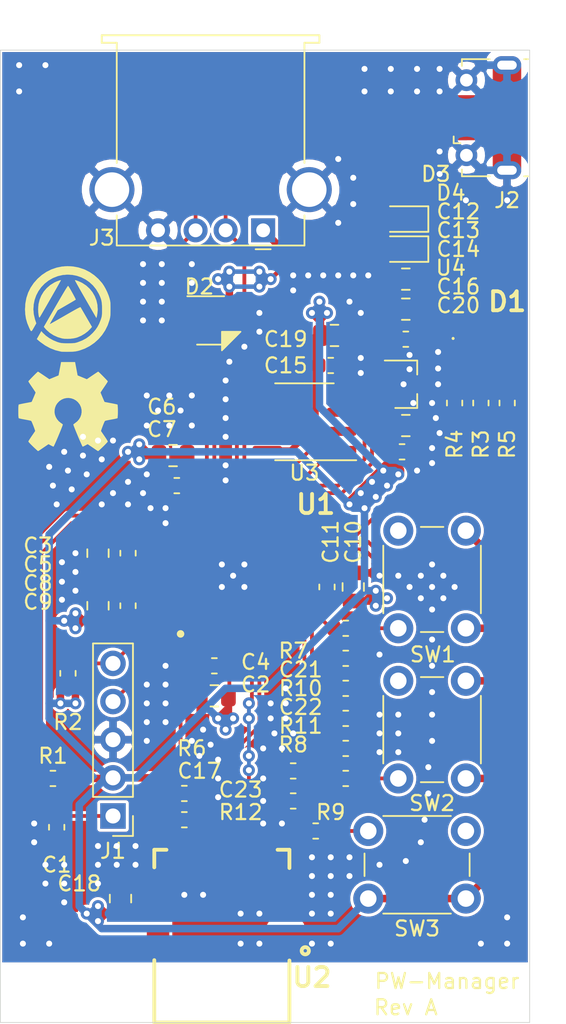
<source format=kicad_pcb>
(kicad_pcb (version 20171130) (host pcbnew "(5.1.5)-3")
  (layers (0 F.Cu signal) (31 B.Cu signal) (34 B.Paste user) (35 F.Paste user) (36 B.SilkS user) (37 F.SilkS user) (38 B.Mask user) (39 F.Mask user) (44 Edge.Cuts user))
  (net 0 "")
  (net 1 RST)
  (net 2 GND)
  (net 3 VDD)
  (net 4 VDDCORE)
  (net 5 +5V)
  (net 6 S0)
  (net 7 S1)
  (net 8 S2)
  (net 9 "Net-(D1-Pad4)")
  (net 10 "Net-(D1-Pad3)")
  (net 11 "Net-(D1-Pad2)")
  (net 12 DM)
  (net 13 DP)
  (net 14 "Net-(D2-Pad1)")
  (net 15 SWDCLK)
  (net 16 SWDIO)
  (net 17 "Net-(J2-Pad4)")
  (net 18 G)
  (net 19 R)
  (net 20 B)
  (net 21 "Net-(R7-Pad2)")
  (net 22 "Net-(R8-Pad2)")
  (net 23 "Net-(R9-Pad2)")
  (net 24 "Net-(U1-Pad48)")
  (net 25 "Net-(U1-Pad47)")
  (net 26 "Net-(U1-Pad43)")
  (net 27 "Net-(U1-Pad38)")
  (net 28 "Net-(U1-Pad37)")
  (net 29 "Net-(U1-Pad28)")
  (net 30 "Net-(U1-Pad25)")
  (net 31 "Net-(U1-Pad24)")
  (net 32 "Net-(U1-Pad23)")
  (net 33 "Net-(U1-Pad19)")
  (net 34 "Net-(U1-Pad16)")
  (net 35 "Net-(U1-Pad12)")
  (net 36 "Net-(U1-Pad11)")
  (net 37 "Net-(U1-Pad8)")
  (net 38 "Net-(U1-Pad7)")
  (net 39 "Net-(U1-Pad4)")
  (net 40 "Net-(U1-Pad3)")
  (net 41 "Net-(U1-Pad2)")
  (net 42 P2_0)
  (net 43 "Net-(U2-Pad15)")
  (net 44 "Net-(U2-Pad12)")
  (net 45 "Net-(U2-Pad11)")
  (net 46 "Net-(U2-Pad9)")
  (net 47 TXD)
  (net 48 RXD)
  (net 49 "Net-(U2-Pad6)")
  (net 50 "Net-(U2-Pad5)")
  (net 51 "Net-(U2-Pad4)")
  (net 52 "Net-(U2-Pad3)")
  (net 53 "Net-(U2-Pad1)")
  (net 54 Hold)
  (net 55 C)
  (net 56 D)
  (net 57 W)
  (net 58 Q)
  (net 59 S)
  (net 60 "Net-(D3-Pad2)")
  (net 61 "Net-(D4-Pad2)")
  (net 62 RSTB)
  (module Symbol:OSHW-Symbol_6.7x6mm_SilkScreen (layer F.Cu) (at 127 45.75)
    (fp_text reference REF** hide)
    (fp_text value OSHW-Symbol_6.7x6mm_SilkScreen hide)
  )
  (module silkprints:logo (layer F.Cu) (at 127 39.25)
    (fp_text reference G*** hide)
    (fp_text value LOGO hide)
  )
  (module Diode_SMD:D_SOD-323 (layer F.Cu) (at 149.5 35.25 180)
    (fp_text reference D4 (at -3 3.75) (layer F.SilkS))
    (fp_text value CUS08F30)
    (pad 2 smd rect (at 1.05 0 180) (size 0.6 0.45) (layers F.Cu F.Paste F.Mask) (net 61 "Net-(D4-Pad2)"))
    (pad 1 smd rect (at -1.05 0 180) (size 0.6 0.45) (layers F.Cu F.Paste F.Mask) (net 5 +5V))
  )
  (module Diode_SMD:D_SOD-323 (layer F.Cu) (at 149.5 33.25 180)
    (fp_text reference D3 (at -2 3) (layer F.SilkS))
    (fp_text value CUS08F30)
    (pad 2 smd rect (at 1.05 0 180) (size 0.6 0.45) (layers F.Cu F.Paste F.Mask) (net 60 "Net-(D3-Pad2)"))
    (pad 1 smd rect (at -1.05 0 180) (size 0.6 0.45) (layers F.Cu F.Paste F.Mask) (net 5 +5V))
  )
  (module Package_TO_SOT_SMD:SOT-23-5 (layer F.Cu) (at 136.5 40)
    (fp_text reference D2 (at -0.75 -2.25) (layer F.SilkS))
    (fp_text value 824011)
    (pad 5 smd rect (at 1.1 -0.95) (size 1.06 0.65) (layers F.Cu F.Paste F.Mask) (net 5 +5V))
    (pad 4 smd rect (at 1.1 0.95) (size 1.06 0.65) (layers F.Cu F.Paste F.Mask) (net 12 DM))
    (pad 3 smd rect (at -1.1 0.95) (size 1.06 0.65) (layers F.Cu F.Paste F.Mask) (net 13 DP))
    (pad 2 smd rect (at -1.1 0) (size 1.06 0.65) (layers F.Cu F.Paste F.Mask) (net 2 GND))
    (pad 1 smd rect (at -1.1 -0.95) (size 1.06 0.65) (layers F.Cu F.Paste F.Mask) (net 14 "Net-(D2-Pad1)"))
  )
  (module Resistor_SMD:R_0603_1608Metric (layer F.Cu) (at 142 72)
    (fp_text reference R12 (at -3.5 0.75) (layer F.SilkS))
    (fp_text value 10k)
    (pad 2 smd roundrect (at 0.7875 0) (size 0.875 0.95) (layers F.Cu F.Paste F.Mask) (net 8 S2))
    (pad 1 smd roundrect (at -0.7875 0) (size 0.875 0.95) (layers F.Cu F.Paste F.Mask) (net 2 GND))
  )
  (module Resistor_SMD:R_0603_1608Metric (layer F.Cu) (at 145.5 68.5 180)
    (fp_text reference R11 (at 3 1.5) (layer F.SilkS))
    (fp_text value 10k)
    (pad 2 smd roundrect (at 0.7875 0 180) (size 0.875 0.95) (layers F.Cu F.Paste F.Mask) (net 7 S1))
    (pad 1 smd roundrect (at -0.7875 0 180) (size 0.875 0.95) (layers F.Cu F.Paste F.Mask) (net 2 GND))
  )
  (module Resistor_SMD:R_0603_1608Metric (layer F.Cu) (at 145.5 64.5 180)
    (fp_text reference R10 (at 3 0) (layer F.SilkS))
    (fp_text value 10k)
    (pad 2 smd roundrect (at 0.7875 0 180) (size 0.875 0.95) (layers F.Cu F.Paste F.Mask) (net 6 S0))
    (pad 1 smd roundrect (at -0.7875 0 180) (size 0.875 0.95) (layers F.Cu F.Paste F.Mask) (net 2 GND))
  )
  (module Resistor_SMD:R_0603_1608Metric (layer F.Cu) (at 143.5 74)
    (fp_text reference R9 (at 1 -1.25) (layer F.SilkS))
    (fp_text value 1k)
    (pad 2 smd roundrect (at 0.7875 0) (size 0.875 0.95) (layers F.Cu F.Paste F.Mask) (net 23 "Net-(R9-Pad2)"))
    (pad 1 smd roundrect (at -0.7875 0) (size 0.875 0.95) (layers F.Cu F.Paste F.Mask) (net 8 S2))
  )
  (module Resistor_SMD:R_0603_1608Metric (layer F.Cu) (at 145.5 70.5)
    (fp_text reference R8 (at -3.5 -2.25) (layer F.SilkS))
    (fp_text value 1k)
    (pad 2 smd roundrect (at 0.7875 0) (size 0.875 0.95) (layers F.Cu F.Paste F.Mask) (net 22 "Net-(R8-Pad2)"))
    (pad 1 smd roundrect (at -0.7875 0) (size 0.875 0.95) (layers F.Cu F.Paste F.Mask) (net 7 S1))
  )
  (module Resistor_SMD:R_0603_1608Metric (layer F.Cu) (at 145.5 60.5)
    (fp_text reference R7 (at -3.5 1.5) (layer F.SilkS))
    (fp_text value 1k)
    (pad 2 smd roundrect (at 0.7875 0) (size 0.875 0.95) (layers F.Cu F.Paste F.Mask) (net 21 "Net-(R7-Pad2)"))
    (pad 1 smd roundrect (at -0.7875 0) (size 0.875 0.95) (layers F.Cu F.Paste F.Mask) (net 6 S0))
  )
  (module Resistor_SMD:R_0603_1608Metric (layer F.Cu) (at 134.75 71.5)
    (fp_text reference R6 (at 0.5 -3) (layer F.SilkS))
    (fp_text value 10k)
    (pad 2 smd roundrect (at 0.7875 0) (size 0.875 0.95) (layers F.Cu F.Paste F.Mask) (net 62 RSTB))
    (pad 1 smd roundrect (at -0.7875 0) (size 0.875 0.95) (layers F.Cu F.Paste F.Mask) (net 3 VDD))
  )
  (module Resistor_SMD:R_0603_1608Metric (layer F.Cu) (at 156.25 45.5 270)
    (fp_text reference R5 (at 2.75 0 270) (layer F.SilkS))
    (fp_text value 10k)
    (pad 2 smd roundrect (at 0.7875 0 270) (size 0.875 0.95) (layers F.Cu F.Paste F.Mask) (net 20 B))
    (pad 1 smd roundrect (at -0.7875 0 270) (size 0.875 0.95) (layers F.Cu F.Paste F.Mask) (net 11 "Net-(D1-Pad2)"))
  )
  (module Resistor_SMD:R_0603_1608Metric (layer F.Cu) (at 152.75 45.5 270)
    (fp_text reference R4 (at 2.75 0 90) (layer F.SilkS))
    (fp_text value 10k)
    (pad 2 smd roundrect (at 0.7875 0 270) (size 0.875 0.95) (layers F.Cu F.Paste F.Mask) (net 19 R))
    (pad 1 smd roundrect (at -0.7875 0 270) (size 0.875 0.95) (layers F.Cu F.Paste F.Mask) (net 9 "Net-(D1-Pad4)"))
  )
  (module Resistor_SMD:R_0603_1608Metric (layer F.Cu) (at 154.5 45.5 270)
    (fp_text reference R3 (at 2.75 0 270) (layer F.SilkS))
    (fp_text value 10k)
    (pad 2 smd roundrect (at 0.7875 0 270) (size 0.875 0.95) (layers F.Cu F.Paste F.Mask) (net 18 G))
    (pad 1 smd roundrect (at -0.7875 0 270) (size 0.875 0.95) (layers F.Cu F.Paste F.Mask) (net 10 "Net-(D1-Pad3)"))
  )
  (module Resistor_SMD:R_0603_1608Metric (layer F.Cu) (at 127 63.5 270)
    (fp_text reference R2 (at 3.25 0) (layer F.SilkS))
    (fp_text value 1K)
    (pad 2 smd roundrect (at 0.7875 0 270) (size 0.875 0.95) (layers F.Cu F.Paste F.Mask) (net 3 VDD))
    (pad 1 smd roundrect (at -0.7875 0 270) (size 0.875 0.95) (layers F.Cu F.Paste F.Mask) (net 15 SWDCLK))
  )
  (module Resistor_SMD:R_0603_1608Metric (layer F.Cu) (at 126 70.5 180)
    (fp_text reference R1 (at 0 1.5) (layer F.SilkS))
    (fp_text value 10K)
    (pad 2 smd roundrect (at 0.7875 0 180) (size 0.875 0.95) (layers F.Cu F.Paste F.Mask) (net 1 RST))
    (pad 1 smd roundrect (at -0.7875 0 180) (size 0.875 0.95) (layers F.Cu F.Paste F.Mask) (net 3 VDD))
  )
  (module Package_TO_SOT_SMD:SOT-23 (layer F.Cu) (at 149.5 44.25)
    (fp_text reference U4 (at 3 -7.75) (layer F.SilkS))
    (fp_text value AP2138N-3.3TRG1)
    (pad 3 smd rect (at 1 0) (size 0.9 0.8) (layers F.Cu F.Paste F.Mask) (net 5 +5V))
    (pad 2 smd rect (at -1 0.95) (size 0.9 0.8) (layers F.Cu F.Paste F.Mask) (net 3 VDD))
    (pad 1 smd rect (at -1 -0.95) (size 0.9 0.8) (layers F.Cu F.Paste F.Mask) (net 2 GND))
  )
  (module Package_SO:SOIC-8_3.9x4.9mm_P1.27mm (layer F.Cu) (at 142.75 46.75 180)
    (fp_text reference U3 (at 0 -3.4) (layer F.SilkS))
    (fp_text value M95640)
    (pad 8 smd roundrect (at 2.475 -1.905 180) (size 1.95 0.6) (layers F.Cu F.Paste F.Mask) (net 3 VDD))
    (pad 7 smd roundrect (at 2.475 -0.635 180) (size 1.95 0.6) (layers F.Cu F.Paste F.Mask) (net 54 Hold))
    (pad 6 smd roundrect (at 2.475 0.635 180) (size 1.95 0.6) (layers F.Cu F.Paste F.Mask) (net 55 C))
    (pad 5 smd roundrect (at 2.475 1.905 180) (size 1.95 0.6) (layers F.Cu F.Paste F.Mask) (net 56 D))
    (pad 4 smd roundrect (at -2.475 1.905 180) (size 1.95 0.6) (layers F.Cu F.Paste F.Mask) (net 2 GND))
    (pad 3 smd roundrect (at -2.475 0.635 180) (size 1.95 0.6) (layers F.Cu F.Paste F.Mask) (net 57 W))
    (pad 2 smd roundrect (at -2.475 -0.635 180) (size 1.95 0.6) (layers F.Cu F.Paste F.Mask) (net 58 Q))
    (pad 1 smd roundrect (at -2.475 -1.905 180) (size 1.95 0.6) (layers F.Cu F.Paste F.Mask) (net 59 S))
  )
  (module SamacSys_Parts:BM71BLES1FC2_1 (layer F.Cu) (at 132.75 75.25 180)
    (fp_text reference U2 (at -10.5 -8.5) (layer F.SilkS) (effects (font (size 1.27 1.27) (thickness 0.254))))
    (fp_text value BM71BLES1FC2-0B04AA hide)
    (pad 16 smd rect (at -0.25 -6.65 270) (size 0.7 1.5) (layers F.Cu F.Paste F.Mask) (net 42 P2_0))
    (pad 15 smd rect (at -0.25 -5.45 270) (size 0.7 1.5) (layers F.Cu F.Paste F.Mask) (net 43 "Net-(U2-Pad15)"))
    (pad 14 smd rect (at -0.25 -4.25 270) (size 0.7 1.5) (layers F.Cu F.Paste F.Mask) (net 3 VDD))
    (pad 13 smd rect (at -0.25 -3.05 270) (size 0.7 1.5) (layers F.Cu F.Paste F.Mask) (net 2 GND))
    (pad 12 smd rect (at -0.25 -1.85 270) (size 0.7 1.5) (layers F.Cu F.Paste F.Mask) (net 44 "Net-(U2-Pad12)"))
    (pad 11 smd rect (at -1.5 -0.25 180) (size 0.7 1.5) (layers F.Cu F.Paste F.Mask) (net 45 "Net-(U2-Pad11)"))
    (pad 10 smd rect (at -2.7 -0.25 180) (size 0.7 1.5) (layers F.Cu F.Paste F.Mask) (net 62 RSTB))
    (pad 9 smd rect (at -3.9 -0.25 180) (size 0.7 1.5) (layers F.Cu F.Paste F.Mask) (net 46 "Net-(U2-Pad9)"))
    (pad 8 smd rect (at -5.1 -0.25 180) (size 0.7 1.5) (layers F.Cu F.Paste F.Mask) (net 47 TXD))
    (pad 7 smd rect (at -6.3 -0.25 180) (size 0.7 1.5) (layers F.Cu F.Paste F.Mask) (net 48 RXD))
    (pad 6 smd rect (at -7.5 -0.25 180) (size 0.7 1.5) (layers F.Cu F.Paste F.Mask) (net 49 "Net-(U2-Pad6)"))
    (pad 5 smd rect (at -8.75 -1.9 270) (size 0.7 1.5) (layers F.Cu F.Paste F.Mask) (net 50 "Net-(U2-Pad5)"))
    (pad 4 smd rect (at -8.75 -3.1 270) (size 0.7 1.5) (layers F.Cu F.Paste F.Mask) (net 51 "Net-(U2-Pad4)"))
    (pad 3 smd rect (at -8.75 -4.3 270) (size 0.7 1.5) (layers F.Cu F.Paste F.Mask) (net 52 "Net-(U2-Pad3)"))
    (pad 2 smd rect (at -8.75 -5.5 270) (size 0.7 1.5) (layers F.Cu F.Paste F.Mask) (net 2 GND))
    (pad 1 smd rect (at -8.75 -6.7 270) (size 0.7 1.5) (layers F.Cu F.Paste F.Mask) (net 53 "Net-(U2-Pad1)"))
  )
  (module SamacSys_Parts:QFN50P700X700X90-49N-D (layer F.Cu) (at 138 57 90)
    (fp_text reference U1 (at 4.75 5.5 180) (layer F.SilkS) (effects (font (size 1.27 1.27) (thickness 0.254))))
    (fp_text value ATSAME51G18A-MFT hide)
    (pad 49 smd rect (at 0 0 90) (size 5.25 5.25) (layers F.Cu F.Paste F.Mask) (net 2 GND))
    (pad 48 smd rect (at -2.75 -3.45 90) (size 0.3 0.85) (layers F.Cu F.Paste F.Mask) (net 24 "Net-(U1-Pad48)"))
    (pad 47 smd rect (at -2.25 -3.45 90) (size 0.3 0.85) (layers F.Cu F.Paste F.Mask) (net 25 "Net-(U1-Pad47)"))
    (pad 46 smd rect (at -1.75 -3.45 90) (size 0.3 0.85) (layers F.Cu F.Paste F.Mask) (net 16 SWDIO))
    (pad 45 smd rect (at -1.25 -3.45 90) (size 0.3 0.85) (layers F.Cu F.Paste F.Mask) (net 15 SWDCLK))
    (pad 44 smd rect (at -0.75 -3.45 90) (size 0.3 0.85) (layers F.Cu F.Paste F.Mask) (net 3 VDD))
    (pad 43 smd rect (at -0.25 -3.45 90) (size 0.3 0.85) (layers F.Cu F.Paste F.Mask) (net 26 "Net-(U1-Pad43)"))
    (pad 42 smd rect (at 0.25 -3.45 90) (size 0.3 0.85) (layers F.Cu F.Paste F.Mask) (net 2 GND))
    (pad 41 smd rect (at 0.75 -3.45 90) (size 0.3 0.85) (layers F.Cu F.Paste F.Mask) (net 4 VDDCORE))
    (pad 40 smd rect (at 1.25 -3.45 90) (size 0.3 0.85) (layers F.Cu F.Paste F.Mask) (net 1 RST))
    (pad 39 smd rect (at 1.75 -3.45 90) (size 0.3 0.85) (layers F.Cu F.Paste F.Mask) (net 42 P2_0))
    (pad 38 smd rect (at 2.25 -3.45 90) (size 0.3 0.85) (layers F.Cu F.Paste F.Mask) (net 27 "Net-(U1-Pad38)"))
    (pad 37 smd rect (at 2.75 -3.45 90) (size 0.3 0.85) (layers F.Cu F.Paste F.Mask) (net 28 "Net-(U1-Pad37)"))
    (pad 36 smd rect (at 3.45 -2.75 180) (size 0.3 0.85) (layers F.Cu F.Paste F.Mask) (net 3 VDD))
    (pad 35 smd rect (at 3.45 -2.25 180) (size 0.3 0.85) (layers F.Cu F.Paste F.Mask) (net 2 GND))
    (pad 34 smd rect (at 3.45 -1.75 180) (size 0.3 0.85) (layers F.Cu F.Paste F.Mask) (net 13 DP))
    (pad 33 smd rect (at 3.45 -1.25 180) (size 0.3 0.85) (layers F.Cu F.Paste F.Mask) (net 12 DM))
    (pad 32 smd rect (at 3.45 -0.75 180) (size 0.3 0.85) (layers F.Cu F.Paste F.Mask) (net 56 D))
    (pad 31 smd rect (at 3.45 -0.25 180) (size 0.3 0.85) (layers F.Cu F.Paste F.Mask) (net 55 C))
    (pad 30 smd rect (at 3.45 0.25 180) (size 0.3 0.85) (layers F.Cu F.Paste F.Mask) (net 58 Q))
    (pad 29 smd rect (at 3.45 0.75 180) (size 0.3 0.85) (layers F.Cu F.Paste F.Mask) (net 59 S))
    (pad 28 smd rect (at 3.45 1.25 180) (size 0.3 0.85) (layers F.Cu F.Paste F.Mask) (net 29 "Net-(U1-Pad28)"))
    (pad 27 smd rect (at 3.45 1.75 180) (size 0.3 0.85) (layers F.Cu F.Paste F.Mask) (net 57 W))
    (pad 26 smd rect (at 3.45 2.25 180) (size 0.3 0.85) (layers F.Cu F.Paste F.Mask) (net 54 Hold))
    (pad 25 smd rect (at 3.45 2.75 180) (size 0.3 0.85) (layers F.Cu F.Paste F.Mask) (net 30 "Net-(U1-Pad25)"))
    (pad 24 smd rect (at 2.75 3.45 90) (size 0.3 0.85) (layers F.Cu F.Paste F.Mask) (net 31 "Net-(U1-Pad24)"))
    (pad 23 smd rect (at 2.25 3.45 90) (size 0.3 0.85) (layers F.Cu F.Paste F.Mask) (net 32 "Net-(U1-Pad23)"))
    (pad 22 smd rect (at 1.75 3.45 90) (size 0.3 0.85) (layers F.Cu F.Paste F.Mask) (net 19 R))
    (pad 21 smd rect (at 1.25 3.45 90) (size 0.3 0.85) (layers F.Cu F.Paste F.Mask) (net 18 G))
    (pad 20 smd rect (at 0.75 3.45 90) (size 0.3 0.85) (layers F.Cu F.Paste F.Mask) (net 20 B))
    (pad 19 smd rect (at 0.25 3.45 90) (size 0.3 0.85) (layers F.Cu F.Paste F.Mask) (net 33 "Net-(U1-Pad19)"))
    (pad 18 smd rect (at -0.25 3.45 90) (size 0.3 0.85) (layers F.Cu F.Paste F.Mask) (net 2 GND))
    (pad 17 smd rect (at -0.75 3.45 90) (size 0.3 0.85) (layers F.Cu F.Paste F.Mask) (net 3 VDD))
    (pad 16 smd rect (at -1.25 3.45 90) (size 0.3 0.85) (layers F.Cu F.Paste F.Mask) (net 34 "Net-(U1-Pad16)"))
    (pad 15 smd rect (at -1.75 3.45 90) (size 0.3 0.85) (layers F.Cu F.Paste F.Mask) (net 6 S0))
    (pad 14 smd rect (at -2.25 3.45 90) (size 0.3 0.85) (layers F.Cu F.Paste F.Mask) (net 7 S1))
    (pad 13 smd rect (at -2.75 3.45 90) (size 0.3 0.85) (layers F.Cu F.Paste F.Mask) (net 8 S2))
    (pad 12 smd rect (at -3.45 2.75 180) (size 0.3 0.85) (layers F.Cu F.Paste F.Mask) (net 35 "Net-(U1-Pad12)"))
    (pad 11 smd rect (at -3.45 2.25 180) (size 0.3 0.85) (layers F.Cu F.Paste F.Mask) (net 36 "Net-(U1-Pad11)"))
    (pad 10 smd rect (at -3.45 1.75 180) (size 0.3 0.85) (layers F.Cu F.Paste F.Mask) (net 47 TXD))
    (pad 9 smd rect (at -3.45 1.25 180) (size 0.3 0.85) (layers F.Cu F.Paste F.Mask) (net 48 RXD))
    (pad 8 smd rect (at -3.45 0.75 180) (size 0.3 0.85) (layers F.Cu F.Paste F.Mask) (net 37 "Net-(U1-Pad8)"))
    (pad 7 smd rect (at -3.45 0.25 180) (size 0.3 0.85) (layers F.Cu F.Paste F.Mask) (net 38 "Net-(U1-Pad7)"))
    (pad 6 smd rect (at -3.45 -0.25 180) (size 0.3 0.85) (layers F.Cu F.Paste F.Mask) (net 3 VDD))
    (pad 5 smd rect (at -3.45 -0.75 180) (size 0.3 0.85) (layers F.Cu F.Paste F.Mask) (net 2 GND))
    (pad 4 smd rect (at -3.45 -1.25 180) (size 0.3 0.85) (layers F.Cu F.Paste F.Mask) (net 39 "Net-(U1-Pad4)"))
    (pad 3 smd rect (at -3.45 -1.75 180) (size 0.3 0.85) (layers F.Cu F.Paste F.Mask) (net 40 "Net-(U1-Pad3)"))
    (pad 2 smd rect (at -3.45 -2.25 180) (size 0.3 0.85) (layers F.Cu F.Paste F.Mask) (net 41 "Net-(U1-Pad2)"))
    (pad 1 smd rect (at -3.45 -2.75 180) (size 0.3 0.85) (layers F.Cu F.Paste F.Mask) (net 62 RSTB))
  )
  (module Button_Switch_THT:SW_PUSH_6mm_H8.5mm (layer F.Cu) (at 153.5 78.5 180)
    (fp_text reference SW3 (at 3.25 -2) (layer F.SilkS))
    (fp_text value SW_Push)
    (pad 1 thru_hole circle (at 6.5 0 270) (size 2 2) (drill 1.1) (layers *.Cu *.Mask) (net 3 VDD))
    (pad 2 thru_hole circle (at 6.5 4.5 270) (size 2 2) (drill 1.1) (layers *.Cu *.Mask) (net 23 "Net-(R9-Pad2)"))
    (pad 1 thru_hole circle (at 0 0 270) (size 2 2) (drill 1.1) (layers *.Cu *.Mask) (net 3 VDD))
    (pad 2 thru_hole circle (at 0 4.5 270) (size 2 2) (drill 1.1) (layers *.Cu *.Mask) (net 23 "Net-(R9-Pad2)"))
  )
  (module Button_Switch_THT:SW_PUSH_6mm_H8.5mm (layer F.Cu) (at 153.5 64 270)
    (fp_text reference SW2 (at 8.15 2.25 180) (layer F.SilkS))
    (fp_text value SW_Push)
    (pad 1 thru_hole circle (at 6.5 0) (size 2 2) (drill 1.1) (layers *.Cu *.Mask) (net 3 VDD))
    (pad 2 thru_hole circle (at 6.5 4.5) (size 2 2) (drill 1.1) (layers *.Cu *.Mask) (net 22 "Net-(R8-Pad2)"))
    (pad 1 thru_hole circle (at 0 0) (size 2 2) (drill 1.1) (layers *.Cu *.Mask) (net 3 VDD))
    (pad 2 thru_hole circle (at 0 4.5) (size 2 2) (drill 1.1) (layers *.Cu *.Mask) (net 22 "Net-(R8-Pad2)"))
  )
  (module Button_Switch_THT:SW_PUSH_6mm_H8.5mm (layer F.Cu) (at 153.5 54 270)
    (fp_text reference SW1 (at 8.25 2.2) (layer F.SilkS))
    (fp_text value SW_Push)
    (pad 1 thru_hole circle (at 6.5 0) (size 2 2) (drill 1.1) (layers *.Cu *.Mask) (net 3 VDD))
    (pad 2 thru_hole circle (at 6.5 4.5) (size 2 2) (drill 1.1) (layers *.Cu *.Mask) (net 21 "Net-(R7-Pad2)"))
    (pad 1 thru_hole circle (at 0 0) (size 2 2) (drill 1.1) (layers *.Cu *.Mask) (net 3 VDD))
    (pad 2 thru_hole circle (at 0 4.5) (size 2 2) (drill 1.1) (layers *.Cu *.Mask) (net 21 "Net-(R7-Pad2)"))
  )
  (module Connector_USB:USB_A_Stewart_SS-52100-001_Horizontal (layer F.Cu) (at 140 34 180)
    (fp_text reference J3 (at 10.75 -0.5) (layer F.SilkS))
    (fp_text value UE27AC54100)
    (pad 4 thru_hole circle (at 7 0 180) (size 1.6 1.6) (drill 0.92) (layers *.Cu *.Mask) (net 2 GND))
    (pad 3 thru_hole circle (at 4.5 0 180) (size 1.6 1.6) (drill 0.92) (layers *.Cu *.Mask) (net 13 DP))
    (pad 2 thru_hole circle (at 2.5 0 180) (size 1.6 1.6) (drill 0.92) (layers *.Cu *.Mask) (net 12 DM))
    (pad 1 thru_hole rect (at 0 0 180) (size 1.6 1.6) (drill 0.92) (layers *.Cu *.Mask) (net 61 "Net-(D4-Pad2)"))
    (pad 5 thru_hole circle (at -3.07 2.71 180) (size 3 3) (drill 2.3) (layers *.Cu *.Mask) (net 2 GND))
    (pad 5 thru_hole circle (at 10.07 2.71 180) (size 3 3) (drill 2.3) (layers *.Cu *.Mask) (net 2 GND))
  )
  (module Connector_USB:USB_Micro-B_Molex-105017-0001 (layer F.Cu) (at 155 26.5 90)
    (fp_text reference J2 (at -5.5 1.25 180) (layer F.SilkS))
    (fp_text value USB_B_Micro)
    (pad 6 smd rect (at -2.9 1.2375 90) (size 1.2 1.9) (layers F.Cu F.Mask) (net 2 GND))
    (pad 6 smd rect (at 2.9 1.2375 90) (size 1.2 1.9) (layers F.Cu F.Mask) (net 2 GND))
    (pad 6 thru_hole oval (at 3.5 1.2375 90) (size 1.2 1.9) (drill oval 0.6 1.3) (layers *.Cu *.Mask) (net 2 GND))
    (pad 6 thru_hole oval (at -3.5 1.2375 270) (size 1.2 1.9) (drill oval 0.6 1.3) (layers *.Cu *.Mask) (net 2 GND))
    (pad 6 smd rect (at -1 1.2375 90) (size 1.5 1.9) (layers F.Cu F.Paste F.Mask) (net 2 GND))
    (pad 6 thru_hole circle (at 2.5 -1.4625 90) (size 1.45 1.45) (drill 0.85) (layers *.Cu *.Mask) (net 2 GND))
    (pad 3 smd rect (at 0 -1.4625 90) (size 0.4 1.35) (layers F.Cu F.Paste F.Mask) (net 13 DP))
    (pad 4 smd rect (at 0.65 -1.4625 90) (size 0.4 1.35) (layers F.Cu F.Paste F.Mask) (net 17 "Net-(J2-Pad4)"))
    (pad 5 smd rect (at 1.3 -1.4625 90) (size 0.4 1.35) (layers F.Cu F.Paste F.Mask) (net 2 GND))
    (pad 1 smd rect (at -1.3 -1.4625 90) (size 0.4 1.35) (layers F.Cu F.Paste F.Mask) (net 60 "Net-(D3-Pad2)"))
    (pad 2 smd rect (at -0.65 -1.4625 90) (size 0.4 1.35) (layers F.Cu F.Paste F.Mask) (net 12 DM))
    (pad 6 thru_hole circle (at -2.5 -1.4625 90) (size 1.45 1.45) (drill 0.85) (layers *.Cu *.Mask) (net 2 GND))
    (pad 6 smd rect (at 1 1.2375 90) (size 1.5 1.9) (layers F.Cu F.Paste F.Mask) (net 2 GND))
  )
  (module Connector_PinHeader_2.54mm:PinHeader_1x05_P2.54mm_Vertical (layer F.Cu) (at 130 73 180)
    (fp_text reference J1 (at 0 -2.33) (layer F.SilkS))
    (fp_text value Conn_01x05)
    (pad 5 thru_hole oval (at 0 10.16 180) (size 1.7 1.7) (drill 1) (layers *.Cu *.Mask) (net 15 SWDCLK))
    (pad 4 thru_hole oval (at 0 7.62 180) (size 1.7 1.7) (drill 1) (layers *.Cu *.Mask) (net 16 SWDIO))
    (pad 3 thru_hole oval (at 0 5.08 180) (size 1.7 1.7) (drill 1) (layers *.Cu *.Mask) (net 2 GND))
    (pad 2 thru_hole oval (at 0 2.54 180) (size 1.7 1.7) (drill 1) (layers *.Cu *.Mask) (net 3 VDD))
    (pad 1 thru_hole rect (at 0 0 180) (size 1.7 1.7) (drill 1) (layers *.Cu *.Mask) (net 1 RST))
  )
  (module SamacSys_Parts:CLMVCFKACL1D1L71BB7C3C3 (layer F.Cu) (at 154.25 41.75 180)
    (fp_text reference D1 (at -2 3) (layer F.SilkS) (effects (font (size 1.27 1.27) (thickness 0.254))))
    (fp_text value CLMVC-FKA-CL1D1L71BB7C3C3 hide)
    (pad 4 smd rect (at 0.75 -0.55 270) (size 0.8 1) (layers F.Cu F.Paste F.Mask) (net 9 "Net-(D1-Pad4)"))
    (pad 3 smd rect (at -0.75 -0.55 270) (size 0.8 1) (layers F.Cu F.Paste F.Mask) (net 10 "Net-(D1-Pad3)"))
    (pad 2 smd rect (at -0.75 0.55 270) (size 0.8 1) (layers F.Cu F.Paste F.Mask) (net 11 "Net-(D1-Pad2)"))
    (pad 1 smd rect (at 0.75 0.55 270) (size 0.8 1) (layers F.Cu F.Paste F.Mask) (net 5 +5V))
  )
  (module Capacitor_SMD:C_0603_1608Metric (layer F.Cu) (at 142 70)
    (fp_text reference C23 (at -3.5 1.25) (layer F.SilkS))
    (fp_text value .1uF)
    (pad 2 smd roundrect (at 0.7875 0) (size 0.875 0.95) (layers F.Cu F.Paste F.Mask) (net 8 S2))
    (pad 1 smd roundrect (at -0.7875 0) (size 0.875 0.95) (layers F.Cu F.Paste F.Mask) (net 2 GND))
  )
  (module Capacitor_SMD:C_0603_1608Metric (layer F.Cu) (at 145.5 66.5 180)
    (fp_text reference C22 (at 3 0.75) (layer F.SilkS))
    (fp_text value .1uF)
    (pad 2 smd roundrect (at 0.7875 0 180) (size 0.875 0.95) (layers F.Cu F.Paste F.Mask) (net 7 S1))
    (pad 1 smd roundrect (at -0.7875 0 180) (size 0.875 0.95) (layers F.Cu F.Paste F.Mask) (net 2 GND))
  )
  (module Capacitor_SMD:C_0603_1608Metric (layer F.Cu) (at 145.5 62.5 180)
    (fp_text reference C21 (at 3 -0.75) (layer F.SilkS))
    (fp_text value .1uF)
    (pad 2 smd roundrect (at 0.7875 0 180) (size 0.875 0.95) (layers F.Cu F.Paste F.Mask) (net 6 S0))
    (pad 1 smd roundrect (at -0.7875 0 180) (size 0.875 0.95) (layers F.Cu F.Paste F.Mask) (net 2 GND))
  )
  (module Capacitor_SMD:C_0603_1608Metric (layer F.Cu) (at 149.25 48.75)
    (fp_text reference C20 (at 3.75 -9.75) (layer F.SilkS))
    (fp_text value .1uF)
    (pad 2 smd roundrect (at 0.7875 0) (size 0.875 0.95) (layers F.Cu F.Paste F.Mask) (net 2 GND))
    (pad 1 smd roundrect (at -0.7875 0) (size 0.875 0.95) (layers F.Cu F.Paste F.Mask) (net 3 VDD))
  )
  (module Capacitor_SMD:C_0805_2012Metric (layer F.Cu) (at 144.75 41)
    (fp_text reference C19 (at -3.25 0.25) (layer F.SilkS))
    (fp_text value 10uF)
    (pad 2 smd roundrect (at 0.9375 0) (size 0.975 1.4) (layers F.Cu F.Paste F.Mask) (net 2 GND))
    (pad 1 smd roundrect (at -0.9375 0) (size 0.975 1.4) (layers F.Cu F.Paste F.Mask) (net 3 VDD))
  )
  (module Capacitor_SMD:C_0805_2012Metric (layer F.Cu) (at 130.5 78.5 270)
    (fp_text reference C18 (at -1 2.75 180) (layer F.SilkS))
    (fp_text value 10uF)
    (pad 2 smd roundrect (at 0.9375 0 270) (size 0.975 1.4) (layers F.Cu F.Paste F.Mask) (net 3 VDD))
    (pad 1 smd roundrect (at -0.9375 0 270) (size 0.975 1.4) (layers F.Cu F.Paste F.Mask) (net 2 GND))
  )
  (module Capacitor_SMD:C_0603_1608Metric (layer F.Cu) (at 134.75 73.25 180)
    (fp_text reference C17 (at -1 3.25) (layer F.SilkS))
    (fp_text value .1uF)
    (pad 2 smd roundrect (at 0.7875 0 180) (size 0.875 0.95) (layers F.Cu F.Paste F.Mask) (net 2 GND))
    (pad 1 smd roundrect (at -0.7875 0 180) (size 0.875 0.95) (layers F.Cu F.Paste F.Mask) (net 62 RSTB))
  )
  (module Capacitor_SMD:C_0805_2012Metric (layer F.Cu) (at 149.5 47)
    (fp_text reference C16 (at 3.5 -9.25) (layer F.SilkS))
    (fp_text value 10uF)
    (pad 2 smd roundrect (at 0.9375 0) (size 0.975 1.4) (layers F.Cu F.Paste F.Mask) (net 2 GND))
    (pad 1 smd roundrect (at -0.9375 0) (size 0.975 1.4) (layers F.Cu F.Paste F.Mask) (net 3 VDD))
  )
  (module Capacitor_SMD:C_0603_1608Metric (layer F.Cu) (at 144.5 43)
    (fp_text reference C15 (at -3 0) (layer F.SilkS))
    (fp_text value .1uF)
    (pad 2 smd roundrect (at 0.7875 0) (size 0.875 0.95) (layers F.Cu F.Paste F.Mask) (net 2 GND))
    (pad 1 smd roundrect (at -0.7875 0) (size 0.875 0.95) (layers F.Cu F.Paste F.Mask) (net 3 VDD))
  )
  (module Capacitor_SMD:C_0603_1608Metric (layer F.Cu) (at 149.5 41.25 180)
    (fp_text reference C14 (at -3.5 6) (layer F.SilkS))
    (fp_text value .1uF)
    (pad 2 smd roundrect (at 0.7875 0 180) (size 0.875 0.95) (layers F.Cu F.Paste F.Mask) (net 2 GND))
    (pad 1 smd roundrect (at -0.7875 0 180) (size 0.875 0.95) (layers F.Cu F.Paste F.Mask) (net 5 +5V))
  )
  (module Capacitor_SMD:C_0805_2012Metric (layer F.Cu) (at 149.5 39.25 180)
    (fp_text reference C13 (at -3.5 5.25) (layer F.SilkS))
    (fp_text value 10uF)
    (pad 2 smd roundrect (at 0.9375 0 180) (size 0.975 1.4) (layers F.Cu F.Paste F.Mask) (net 2 GND))
    (pad 1 smd roundrect (at -0.9375 0 180) (size 0.975 1.4) (layers F.Cu F.Paste F.Mask) (net 5 +5V))
  )
  (module Capacitor_SMD:C_0805_2012Metric (layer F.Cu) (at 149.5 37.25 180)
    (fp_text reference C12 (at -3.5 4.5) (layer F.SilkS))
    (fp_text value 10uF)
    (pad 2 smd roundrect (at 0.9375 0 180) (size 0.975 1.4) (layers F.Cu F.Paste F.Mask) (net 2 GND))
    (pad 1 smd roundrect (at -0.9375 0 180) (size 0.975 1.4) (layers F.Cu F.Paste F.Mask) (net 5 +5V))
  )
  (module Capacitor_SMD:C_0603_1608Metric (layer F.Cu) (at 144.25 57.75 90)
    (fp_text reference C11 (at 3 0.25 90) (layer F.SilkS))
    (fp_text value .1uF)
    (pad 2 smd roundrect (at 0.7875 0 90) (size 0.875 0.95) (layers F.Cu F.Paste F.Mask) (net 2 GND))
    (pad 1 smd roundrect (at -0.7875 0 90) (size 0.875 0.95) (layers F.Cu F.Paste F.Mask) (net 3 VDD))
  )
  (module Capacitor_SMD:C_0805_2012Metric (layer F.Cu) (at 146 57.75 90)
    (fp_text reference C10 (at 3 0 90) (layer F.SilkS))
    (fp_text value 10uF)
    (pad 2 smd roundrect (at 0.9375 0 90) (size 0.975 1.4) (layers F.Cu F.Paste F.Mask) (net 2 GND))
    (pad 1 smd roundrect (at -0.9375 0 90) (size 0.975 1.4) (layers F.Cu F.Paste F.Mask) (net 3 VDD))
  )
  (module Capacitor_SMD:C_0603_1608Metric (layer F.Cu) (at 131 59 90)
    (fp_text reference C9 (at 0.25 -6 180) (layer F.SilkS))
    (fp_text value .1uF)
    (pad 2 smd roundrect (at 0.7875 0 90) (size 0.875 0.95) (layers F.Cu F.Paste F.Mask) (net 2 GND))
    (pad 1 smd roundrect (at -0.7875 0 90) (size 0.875 0.95) (layers F.Cu F.Paste F.Mask) (net 3 VDD))
  )
  (module Capacitor_SMD:C_0805_2012Metric (layer F.Cu) (at 129 59 90)
    (fp_text reference C8 (at 1.5 -4 180) (layer F.SilkS))
    (fp_text value 10uF)
    (pad 2 smd roundrect (at 0.9375 0 90) (size 0.975 1.4) (layers F.Cu F.Paste F.Mask) (net 2 GND))
    (pad 1 smd roundrect (at -0.9375 0 90) (size 0.975 1.4) (layers F.Cu F.Paste F.Mask) (net 3 VDD))
  )
  (module Capacitor_SMD:C_0603_1608Metric (layer F.Cu) (at 134.25 51)
    (fp_text reference C7 (at -1 -3.75) (layer F.SilkS))
    (fp_text value .1uF)
    (pad 2 smd roundrect (at 0.7875 0) (size 0.875 0.95) (layers F.Cu F.Paste F.Mask) (net 2 GND))
    (pad 1 smd roundrect (at -0.7875 0) (size 0.875 0.95) (layers F.Cu F.Paste F.Mask) (net 3 VDD))
  )
  (module Capacitor_SMD:C_0805_2012Metric (layer F.Cu) (at 134 49)
    (fp_text reference C6 (at -0.75 -3.25) (layer F.SilkS))
    (fp_text value 10uF)
    (pad 2 smd roundrect (at 0.9375 0) (size 0.975 1.4) (layers F.Cu F.Paste F.Mask) (net 2 GND))
    (pad 1 smd roundrect (at -0.9375 0) (size 0.975 1.4) (layers F.Cu F.Paste F.Mask) (net 3 VDD))
  )
  (module Capacitor_SMD:C_0603_1608Metric (layer F.Cu) (at 131 55.5 90)
    (fp_text reference C5 (at -0.75 -6 180) (layer F.SilkS))
    (fp_text value .1uF)
    (pad 2 smd roundrect (at 0.7875 0 90) (size 0.875 0.95) (layers F.Cu F.Paste F.Mask) (net 4 VDDCORE))
    (pad 1 smd roundrect (at -0.7875 0 90) (size 0.875 0.95) (layers F.Cu F.Paste F.Mask) (net 2 GND))
  )
  (module Capacitor_SMD:C_0603_1608Metric (layer F.Cu) (at 136.75 63 180)
    (fp_text reference C4 (at -2.75 0.25) (layer F.SilkS))
    (fp_text value .1uF)
    (pad 2 smd roundrect (at 0.7875 0 180) (size 0.875 0.95) (layers F.Cu F.Paste F.Mask) (net 2 GND))
    (pad 1 smd roundrect (at -0.7875 0 180) (size 0.875 0.95) (layers F.Cu F.Paste F.Mask) (net 3 VDD))
  )
  (module Capacitor_SMD:C_0805_2012Metric (layer F.Cu) (at 129 55.5 90)
    (fp_text reference C3 (at 0.5 -4 180) (layer F.SilkS))
    (fp_text value 4.7uF)
    (pad 2 smd roundrect (at 0.9375 0 90) (size 0.975 1.4) (layers F.Cu F.Paste F.Mask) (net 4 VDDCORE))
    (pad 1 smd roundrect (at -0.9375 0 90) (size 0.975 1.4) (layers F.Cu F.Paste F.Mask) (net 2 GND))
  )
  (module Capacitor_SMD:C_0805_2012Metric (layer F.Cu) (at 136.75 65 180)
    (fp_text reference C2 (at -2.75 0.75) (layer F.SilkS))
    (fp_text value 10uF)
    (pad 2 smd roundrect (at 0.9375 0 180) (size 0.975 1.4) (layers F.Cu F.Paste F.Mask) (net 2 GND))
    (pad 1 smd roundrect (at -0.9375 0 180) (size 0.975 1.4) (layers F.Cu F.Paste F.Mask) (net 3 VDD))
  )
  (module Capacitor_SMD:C_0603_1608Metric (layer F.Cu) (at 126.25 73.75 90)
    (fp_text reference C1 (at -2.5 0 180) (layer F.SilkS))
    (fp_text value .1uF)
    (pad 2 smd roundrect (at 0.7875 0 90) (size 0.875 0.95) (layers F.Cu F.Paste F.Mask) (net 1 RST))
    (pad 1 smd roundrect (at -0.7875 0 90) (size 0.875 0.95) (layers F.Cu F.Paste F.Mask) (net 2 GND))
  )
  (gr_text "Rev A" (at 149.5 85.75) (layer F.SilkS) (effects (font (size 1 1))))
  (gr_text PW-Manager (at 152.25 84) (layer F.SilkS) (effects (font (size 1 1))))
  (gr_line (start 157.75 86.75) (end 157.75 22) (layer Edge.Cuts) (width 0.05))
  (gr_line (start 157.75 86.75) (end 122.5 86.75) (layer Edge.Cuts) (width 0.05))
  (gr_line (start 122.5 86.75) (end 122.5 22) (layer Edge.Cuts) (width 0.05))
  (gr_poly (pts (xy 137.25 42) (xy 137.25 40.75) (xy 138.5 40.75)) (layer F.SilkS) (width 0.1))
  (gr_line (start 157.75 22) (end 122.5 22) (layer Edge.Cuts) (width 0.05))
  (segment (start 131.5 53.5) (end 127.25 53.5) (width 0.25) (layer F.Cu) (net 1))
  (segment (start 127.25 53.5) (end 125.2125 55.5375) (width 0.25) (layer F.Cu) (net 1))
  (segment (start 134.55 55.75) (end 133.75 55.75) (width 0.25) (layer F.Cu) (net 1))
  (segment (start 125.2125 55.5375) (end 125.2125 70.5) (width 0.25) (layer F.Cu) (net 1))
  (segment (start 133.75 55.75) (end 131.5 53.5) (width 0.25) (layer F.Cu) (net 1))
  (segment (start 125.2125 71.925) (end 126.2875 73) (width 0.25) (layer F.Cu) (net 1))
  (segment (start 125.2125 70.5) (end 125.2125 71.925) (width 0.25) (layer F.Cu) (net 1))
  (segment (start 130 73) (end 126.2875 73) (width 0.25) (layer F.Cu) (net 1))
  (via (at 138.75 57.75) (size 0.8) (drill 0.4) (layers F.Cu B.Cu) (net 2))
  (via (at 137.25 57.75) (size 0.8) (drill 0.4) (layers F.Cu B.Cu) (net 2))
  (via (at 138.75 56.25) (size 0.8) (drill 0.4) (layers F.Cu B.Cu) (net 2))
  (via (at 137.25 56.25) (size 0.8) (drill 0.4) (layers F.Cu B.Cu) (net 2))
  (via (at 138 57) (size 0.8) (drill 0.4) (layers F.Cu B.Cu) (net 2))
  (via (at 146.5 43.5) (size 0.8) (drill 0.4) (layers F.Cu B.Cu) (net 2))
  (via (at 146.5 42.5) (size 0.8) (drill 0.4) (layers F.Cu B.Cu) (net 2))
  (via (at 145.75 38.75) (size 0.8) (drill 0.4) (layers F.Cu B.Cu) (net 2))
  (via (at 146.5 39.5) (size 0.8) (drill 0.4) (layers F.Cu B.Cu) (net 2))
  (via (at 133.5 53.5) (size 0.8) (drill 0.4) (layers F.Cu B.Cu) (net 2))
  (via (at 133.5 52.5) (size 0.8) (drill 0.4) (layers F.Cu B.Cu) (net 2))
  (via (at 132.5 52.5) (size 0.8) (drill 0.4) (layers F.Cu B.Cu) (net 2))
  (via (at 132 51.5) (size 0.8) (drill 0.4) (layers F.Cu B.Cu) (net 2))
  (via (at 131 52.25) (size 0.8) (drill 0.4) (layers F.Cu B.Cu) (net 2))
  (via (at 131 50.75) (size 0.8) (drill 0.4) (layers F.Cu B.Cu) (net 2))
  (via (at 130 51.5) (size 0.8) (drill 0.4) (layers F.Cu B.Cu) (net 2))
  (via (at 132.25 50.25) (size 0.8) (drill 0.4) (layers F.Cu B.Cu) (net 2))
  (via (at 129.25 52.25) (size 0.8) (drill 0.4) (layers F.Cu B.Cu) (net 2))
  (via (at 127.25 51.25) (size 0.8) (drill 0.4) (layers F.Cu B.Cu) (net 2))
  (via (at 128.25 50.25) (size 0.8) (drill 0.4) (layers F.Cu B.Cu) (net 2))
  (via (at 129.25 49.25) (size 0.8) (drill 0.4) (layers F.Cu B.Cu) (net 2))
  (via (at 130 48) (size 0.8) (drill 0.4) (layers F.Cu B.Cu) (net 2))
  (via (at 128 49) (size 0.8) (drill 0.4) (layers F.Cu B.Cu) (net 2))
  (via (at 127 50) (size 0.8) (drill 0.4) (layers F.Cu B.Cu) (net 2))
  (via (at 126 51) (size 0.8) (drill 0.4) (layers F.Cu B.Cu) (net 2))
  (via (at 126.25 52.25) (size 0.8) (drill 0.4) (layers F.Cu B.Cu) (net 2))
  (via (at 125.75 49.75) (size 0.8) (drill 0.4) (layers F.Cu B.Cu) (net 2))
  (via (at 126.75 48.75) (size 0.8) (drill 0.4) (layers F.Cu B.Cu) (net 2))
  (via (at 128 47.75) (size 0.8) (drill 0.4) (layers F.Cu B.Cu) (net 2))
  (via (at 129 48) (size 0.8) (drill 0.4) (layers F.Cu B.Cu) (net 2))
  (via (at 135.25 47) (size 0.8) (drill 0.4) (layers F.Cu B.Cu) (net 2))
  (via (at 133.75 47) (size 0.8) (drill 0.4) (layers F.Cu B.Cu) (net 2))
  (via (at 132.25 47) (size 0.8) (drill 0.4) (layers F.Cu B.Cu) (net 2))
  (via (at 133 46) (size 0.8) (drill 0.4) (layers F.Cu B.Cu) (net 2))
  (via (at 134.5 46) (size 0.8) (drill 0.4) (layers F.Cu B.Cu) (net 2))
  (via (at 132.25 45) (size 0.8) (drill 0.4) (layers F.Cu B.Cu) (net 2))
  (via (at 133.75 45) (size 0.8) (drill 0.4) (layers F.Cu B.Cu) (net 2))
  (via (at 135.25 45) (size 0.8) (drill 0.4) (layers F.Cu B.Cu) (net 2))
  (via (at 137.5 47.75) (size 0.8) (drill 0.4) (layers F.Cu B.Cu) (net 2))
  (via (at 137.5 46.5) (size 0.8) (drill 0.4) (layers F.Cu B.Cu) (net 2))
  (via (at 137.5 45.25) (size 0.8) (drill 0.4) (layers F.Cu B.Cu) (net 2))
  (via (at 137.5 44) (size 0.8) (drill 0.4) (layers F.Cu B.Cu) (net 2))
  (via (at 137.75 42.75) (size 0.8) (drill 0.4) (layers F.Cu B.Cu) (net 2))
  (via (at 138.75 41.75) (size 0.8) (drill 0.4) (layers F.Cu B.Cu) (net 2))
  (via (at 139.75 40.75) (size 0.8) (drill 0.4) (layers F.Cu B.Cu) (net 2))
  (via (at 139.75 39.5) (size 0.8) (drill 0.4) (layers F.Cu B.Cu) (net 2))
  (via (at 147.75 57) (size 0.8) (drill 0.4) (layers F.Cu B.Cu) (net 2))
  (via (at 149 57) (size 0.8) (drill 0.4) (layers F.Cu B.Cu) (net 2))
  (via (at 150.5 57) (size 0.8) (drill 0.4) (layers F.Cu B.Cu) (net 2))
  (via (at 149.75 57.75) (size 0.8) (drill 0.4) (layers F.Cu B.Cu) (net 2))
  (via (at 150.5 58.5) (size 0.8) (drill 0.4) (layers F.Cu B.Cu) (net 2))
  (via (at 151.25 57.75) (size 0.8) (drill 0.4) (layers F.Cu B.Cu) (net 2))
  (via (at 151.25 56.25) (size 0.8) (drill 0.4) (layers F.Cu B.Cu) (net 2))
  (via (at 152 57) (size 0.8) (drill 0.4) (layers F.Cu B.Cu) (net 2))
  (via (at 151.25 59.25) (size 0.8) (drill 0.4) (layers F.Cu B.Cu) (net 2))
  (via (at 152 58.5) (size 0.8) (drill 0.4) (layers F.Cu B.Cu) (net 2))
  (via (at 152.75 57.75) (size 0.8) (drill 0.4) (layers F.Cu B.Cu) (net 2))
  (via (at 150.25 50) (size 0.8) (drill 0.4) (layers F.Cu B.Cu) (net 2))
  (via (at 151.25 49.5) (size 0.8) (drill 0.4) (layers F.Cu B.Cu) (net 2))
  (via (at 151.25 48.5) (size 0.8) (drill 0.4) (layers F.Cu B.Cu) (net 2))
  (via (at 151.75 47.5) (size 0.8) (drill 0.4) (layers F.Cu B.Cu) (net 2))
  (via (at 150 45.5) (size 0.8) (drill 0.4) (layers F.Cu B.Cu) (net 2))
  (via (at 151.25 45.5) (size 0.8) (drill 0.4) (layers F.Cu B.Cu) (net 2))
  (via (at 151.5 46.5) (size 0.8) (drill 0.4) (layers F.Cu B.Cu) (net 2))
  (via (at 149.75 43.25) (size 0.8) (drill 0.4) (layers F.Cu B.Cu) (net 2))
  (via (at 149.75 42.3) (size 0.8) (drill 0.4) (layers F.Cu B.Cu) (net 2))
  (via (at 149.35 44.25) (size 0.8) (drill 0.4) (layers F.Cu B.Cu) (net 2))
  (via (at 151.65 44.25) (size 0.8) (drill 0.4) (layers F.Cu B.Cu) (net 2))
  (via (at 151.65 43.2) (size 0.8) (drill 0.4) (layers F.Cu B.Cu) (net 2))
  (via (at 151.65 42.1) (size 0.8) (drill 0.4) (layers F.Cu B.Cu) (net 2))
  (via (at 140.5 65.5) (size 0.8) (drill 0.4) (layers F.Cu B.Cu) (net 2))
  (via (at 141.5 64.5) (size 0.8) (drill 0.4) (layers F.Cu B.Cu) (net 2))
  (via (at 141.5 65.5) (size 0.8) (drill 0.4) (layers F.Cu B.Cu) (net 2))
  (via (at 140.5 66.5) (size 0.8) (drill 0.4) (layers F.Cu B.Cu) (net 2))
  (via (at 141.5 66.5) (size 0.8) (drill 0.4) (layers F.Cu B.Cu) (net 2))
  (via (at 136 67.25) (size 0.8) (drill 0.4) (layers F.Cu B.Cu) (net 2))
  (via (at 135.25 68) (size 0.8) (drill 0.4) (layers F.Cu B.Cu) (net 2))
  (via (at 135.75 69) (size 0.8) (drill 0.4) (layers F.Cu B.Cu) (net 2))
  (via (at 136.5 68.25) (size 0.8) (drill 0.4) (layers F.Cu B.Cu) (net 2))
  (via (at 137 69.25) (size 0.8) (drill 0.4) (layers F.Cu B.Cu) (net 2))
  (via (at 137 70.5) (size 0.8) (drill 0.4) (layers F.Cu B.Cu) (net 2))
  (via (at 137 71.75) (size 0.8) (drill 0.4) (layers F.Cu B.Cu) (net 2))
  (via (at 129 77.5) (size 0.8) (drill 0.4) (layers F.Cu B.Cu) (net 2))
  (via (at 129 76.25) (size 0.8) (drill 0.4) (layers F.Cu B.Cu) (net 2))
  (via (at 130.25 76.25) (size 0.8) (drill 0.4) (layers F.Cu B.Cu) (net 2))
  (via (at 130.25 75) (size 0.8) (drill 0.4) (layers F.Cu B.Cu) (net 2))
  (via (at 129 75) (size 0.8) (drill 0.4) (layers F.Cu B.Cu) (net 2))
  (via (at 131.5 75) (size 0.8) (drill 0.4) (layers F.Cu B.Cu) (net 2))
  (via (at 131.5 76.25) (size 0.8) (drill 0.4) (layers F.Cu B.Cu) (net 2))
  (via (at 126.75 77.5) (size 0.8) (drill 0.4) (layers F.Cu B.Cu) (net 2))
  (via (at 126.75 76.25) (size 0.8) (drill 0.4) (layers F.Cu B.Cu) (net 2))
  (via (at 125.5 76.25) (size 0.8) (drill 0.4) (layers F.Cu B.Cu) (net 2))
  (via (at 125.5 77.5) (size 0.8) (drill 0.4) (layers F.Cu B.Cu) (net 2))
  (via (at 126.75 78.75) (size 0.8) (drill 0.4) (layers F.Cu B.Cu) (net 2))
  (via (at 124.75 74.75) (size 0.8) (drill 0.4) (layers F.Cu B.Cu) (net 2))
  (via (at 124.75 73.5) (size 0.8) (drill 0.4) (layers F.Cu B.Cu) (net 2))
  (via (at 127.5 58) (size 0.8) (drill 0.4) (layers F.Cu B.Cu) (net 2))
  (via (at 127.5 56.75) (size 0.8) (drill 0.4) (layers F.Cu B.Cu) (net 2))
  (via (at 127.5 55.5) (size 0.8) (drill 0.4) (layers F.Cu B.Cu) (net 2))
  (via (at 126.6 57.4) (size 0.8) (drill 0.4) (layers F.Cu B.Cu) (net 2))
  (via (at 126.6 56.1) (size 0.8) (drill 0.4) (layers F.Cu B.Cu) (net 2))
  (via (at 126.6 58.6) (size 0.8) (drill 0.4) (layers F.Cu B.Cu) (net 2))
  (via (at 132.25 68) (size 0.8) (drill 0.4) (layers F.Cu B.Cu) (net 2))
  (via (at 132.25 66.75) (size 0.8) (drill 0.4) (layers F.Cu B.Cu) (net 2))
  (via (at 133.5 66.75) (size 0.8) (drill 0.4) (layers F.Cu B.Cu) (net 2))
  (via (at 133.5 65.5) (size 0.8) (drill 0.4) (layers F.Cu B.Cu) (net 2))
  (via (at 132.25 65.5) (size 0.8) (drill 0.4) (layers F.Cu B.Cu) (net 2))
  (via (at 132.25 64.25) (size 0.8) (drill 0.4) (layers F.Cu B.Cu) (net 2))
  (via (at 133.5 64.25) (size 0.8) (drill 0.4) (layers F.Cu B.Cu) (net 2))
  (via (at 133.5 63) (size 0.8) (drill 0.4) (layers F.Cu B.Cu) (net 2))
  (via (at 143.25 81.5) (size 0.8) (drill 0.4) (layers F.Cu B.Cu) (net 2))
  (via (at 144.5 81.5) (size 0.8) (drill 0.4) (layers F.Cu B.Cu) (net 2))
  (via (at 143.25 79.5) (size 0.8) (drill 0.4) (layers F.Cu B.Cu) (net 2))
  (via (at 144.5 79.5) (size 0.8) (drill 0.4) (layers F.Cu B.Cu) (net 2))
  (via (at 144.5 78.25) (size 0.8) (drill 0.4) (layers F.Cu B.Cu) (net 2))
  (via (at 143.25 78.25) (size 0.8) (drill 0.4) (layers F.Cu B.Cu) (net 2))
  (via (at 143.25 77) (size 0.8) (drill 0.4) (layers F.Cu B.Cu) (net 2))
  (via (at 144.5 77) (size 0.8) (drill 0.4) (layers F.Cu B.Cu) (net 2))
  (via (at 145.75 77) (size 0.8) (drill 0.4) (layers F.Cu B.Cu) (net 2))
  (via (at 145.75 75.75) (size 0.8) (drill 0.4) (layers F.Cu B.Cu) (net 2))
  (via (at 144.5 75.75) (size 0.8) (drill 0.4) (layers F.Cu B.Cu) (net 2))
  (via (at 143.25 75.75) (size 0.8) (drill 0.4) (layers F.Cu B.Cu) (net 2))
  (via (at 139.75 81.5) (size 0.8) (drill 0.4) (layers F.Cu B.Cu) (net 2))
  (via (at 138.5 81.5) (size 0.8) (drill 0.4) (layers F.Cu B.Cu) (net 2))
  (via (at 138.5 79.5) (size 0.8) (drill 0.4) (layers F.Cu B.Cu) (net 2))
  (via (at 139.75 79.5) (size 0.8) (drill 0.4) (layers F.Cu B.Cu) (net 2))
  (via (at 134.75 78.25) (size 0.8) (drill 0.4) (layers F.Cu B.Cu) (net 2))
  (via (at 136 78.25) (size 0.8) (drill 0.4) (layers F.Cu B.Cu) (net 2))
  (via (at 147.75 68.75) (size 0.8) (drill 0.4) (layers F.Cu B.Cu) (net 2))
  (via (at 147.75 67.5) (size 0.8) (drill 0.4) (layers F.Cu B.Cu) (net 2))
  (via (at 147.75 66.25) (size 0.8) (drill 0.4) (layers F.Cu B.Cu) (net 2))
  (via (at 149 66.25) (size 0.8) (drill 0.4) (layers F.Cu B.Cu) (net 2))
  (via (at 149 67.5) (size 0.8) (drill 0.4) (layers F.Cu B.Cu) (net 2))
  (via (at 149 68.75) (size 0.8) (drill 0.4) (layers F.Cu B.Cu) (net 2))
  (via (at 147.75 62.25) (size 0.8) (drill 0.4) (layers F.Cu B.Cu) (net 2))
  (via (at 141.25 73.5) (size 0.8) (drill 0.4) (layers F.Cu B.Cu) (net 2))
  (via (at 140 73.5) (size 0.8) (drill 0.4) (layers F.Cu B.Cu) (net 2))
  (via (at 140 72) (size 0.8) (drill 0.4) (layers F.Cu B.Cu) (net 2))
  (via (at 140 70.5) (size 0.8) (drill 0.4) (layers F.Cu B.Cu) (net 2))
  (via (at 141.25 68.5) (size 0.8) (drill 0.4) (layers F.Cu B.Cu) (net 2))
  (via (at 140 68.5) (size 0.8) (drill 0.4) (layers F.Cu B.Cu) (net 2))
  (via (at 140.75 67.5) (size 0.8) (drill 0.4) (layers F.Cu B.Cu) (net 2))
  (via (at 142 67.5) (size 0.8) (drill 0.4) (layers F.Cu B.Cu) (net 2))
  (via (at 147 37) (size 0.8) (drill 0.4) (layers F.Cu B.Cu) (net 2))
  (via (at 146 37) (size 0.8) (drill 0.4) (layers F.Cu B.Cu) (net 2))
  (via (at 145 37) (size 0.8) (drill 0.4) (layers F.Cu B.Cu) (net 2))
  (via (at 144 37) (size 0.8) (drill 0.4) (layers F.Cu B.Cu) (net 2))
  (via (at 143 37) (size 0.8) (drill 0.4) (layers F.Cu B.Cu) (net 2))
  (via (at 142 37) (size 0.8) (drill 0.4) (layers F.Cu B.Cu) (net 2))
  (via (at 142 38) (size 0.8) (drill 0.4) (layers F.Cu B.Cu) (net 2))
  (via (at 145 33.5) (size 0.8) (drill 0.4) (layers F.Cu B.Cu) (net 2))
  (via (at 146 32.25) (size 0.8) (drill 0.4) (layers F.Cu B.Cu) (net 2))
  (via (at 146 30.5) (size 0.8) (drill 0.4) (layers F.Cu B.Cu) (net 2))
  (via (at 145 29.25) (size 0.8) (drill 0.4) (layers F.Cu B.Cu) (net 2))
  (via (at 133.25 36.25) (size 0.8) (drill 0.4) (layers F.Cu B.Cu) (net 2))
  (via (at 132 36.25) (size 0.8) (drill 0.4) (layers F.Cu B.Cu) (net 2))
  (via (at 132 37.5) (size 0.8) (drill 0.4) (layers F.Cu B.Cu) (net 2))
  (via (at 133.25 37.5) (size 0.8) (drill 0.4) (layers F.Cu B.Cu) (net 2))
  (via (at 133.25 38.75) (size 0.8) (drill 0.4) (layers F.Cu B.Cu) (net 2))
  (via (at 132 38.75) (size 0.8) (drill 0.4) (layers F.Cu B.Cu) (net 2))
  (via (at 135.25 37.5) (size 0.8) (drill 0.4) (layers F.Cu B.Cu) (net 2))
  (via (at 135.25 36.25) (size 0.8) (drill 0.4) (layers F.Cu B.Cu) (net 2))
  (via (at 133.25 40) (size 0.8) (drill 0.4) (layers F.Cu B.Cu) (net 2))
  (via (at 132 40) (size 0.8) (drill 0.4) (layers F.Cu B.Cu) (net 2))
  (via (at 147.75 76.25) (size 0.8) (drill 0.4) (layers F.Cu B.Cu) (net 2))
  (via (at 150.75 73.25) (size 0.8) (drill 0.4) (layers F.Cu B.Cu) (net 2))
  (via (at 151 69.75) (size 0.8) (drill 0.4) (layers F.Cu B.Cu) (net 2))
  (via (at 151.25 66.25) (size 0.8) (drill 0.4) (layers F.Cu B.Cu) (net 2))
  (via (at 151.25 63) (size 0.8) (drill 0.4) (layers F.Cu B.Cu) (net 2))
  (via (at 151.25 61.25) (size 0.8) (drill 0.4) (layers F.Cu B.Cu) (net 2))
  (via (at 151.25 64.75) (size 0.8) (drill 0.4) (layers F.Cu B.Cu) (net 2))
  (via (at 151.25 68) (size 0.8) (drill 0.4) (layers F.Cu B.Cu) (net 2))
  (via (at 151 71.5) (size 0.8) (drill 0.4) (layers F.Cu B.Cu) (net 2))
  (via (at 150.5 74.75) (size 0.8) (drill 0.4) (layers F.Cu B.Cu) (net 2))
  (via (at 149.5 76) (size 0.8) (drill 0.4) (layers F.Cu B.Cu) (net 2))
  (via (at 124 81.5) (size 0.8) (drill 0.4) (layers F.Cu B.Cu) (net 2))
  (via (at 124 79.75) (size 0.8) (drill 0.4) (layers F.Cu B.Cu) (net 2))
  (via (at 125.75 81.5) (size 0.8) (drill 0.4) (layers F.Cu B.Cu) (net 2))
  (via (at 156.25 81.5) (size 0.8) (drill 0.4) (layers F.Cu B.Cu) (net 2))
  (via (at 156.25 79.75) (size 0.8) (drill 0.4) (layers F.Cu B.Cu) (net 2))
  (via (at 154.5 81.5) (size 0.8) (drill 0.4) (layers F.Cu B.Cu) (net 2))
  (via (at 123.75 23) (size 0.8) (drill 0.4) (layers F.Cu B.Cu) (net 2))
  (via (at 125.5 23) (size 0.8) (drill 0.4) (layers F.Cu B.Cu) (net 2))
  (via (at 123.75 24.75) (size 0.8) (drill 0.4) (layers F.Cu B.Cu) (net 2))
  (via (at 151.75 23.25) (size 0.8) (drill 0.4) (layers F.Cu B.Cu) (net 2))
  (via (at 151.75 24.75) (size 0.8) (drill 0.4) (layers F.Cu B.Cu) (net 2))
  (via (at 150.25 24.75) (size 0.8) (drill 0.4) (layers F.Cu B.Cu) (net 2))
  (via (at 150.25 23.25) (size 0.8) (drill 0.4) (layers F.Cu B.Cu) (net 2))
  (via (at 148.5 24.75) (size 0.8) (drill 0.4) (layers F.Cu B.Cu) (net 2))
  (via (at 148.5 23.25) (size 0.8) (drill 0.4) (layers F.Cu B.Cu) (net 2))
  (via (at 146.75 24.75) (size 0.8) (drill 0.4) (layers F.Cu B.Cu) (net 2))
  (via (at 146.75 23.25) (size 0.8) (drill 0.4) (layers F.Cu B.Cu) (net 2))
  (via (at 151.75 28.75) (size 0.8) (drill 0.4) (layers F.Cu B.Cu) (net 2))
  (via (at 151.75 30.25) (size 0.8) (drill 0.4) (layers F.Cu B.Cu) (net 2))
  (via (at 153.5 32) (size 0.8) (drill 0.4) (layers F.Cu B.Cu) (net 2))
  (via (at 156.25 32) (size 0.8) (drill 0.4) (layers F.Cu B.Cu) (net 2))
  (segment (start 145.2875 41.4) (end 145.6875 41) (width 0.5) (layer F.Cu) (net 2))
  (segment (start 145.2875 43) (end 145.2875 41.4) (width 0.5) (layer F.Cu) (net 2))
  (segment (start 134.55 56.75) (end 135.85 56.75) (width 0.25) (layer F.Cu) (net 2))
  (segment (start 140.25 57.25) (end 140.2 57.3) (width 0.25) (layer F.Cu) (net 2))
  (segment (start 141.45 57.25) (end 140.25 57.25) (width 0.25) (layer F.Cu) (net 2))
  (segment (start 137.225001 59.274999) (end 137.6 58.9) (width 0.25) (layer F.Cu) (net 2))
  (segment (start 137.225001 60.375001) (end 137.225001 59.274999) (width 0.25) (layer F.Cu) (net 2))
  (segment (start 137.25 60.4) (end 137.225001 60.375001) (width 0.25) (layer F.Cu) (net 2))
  (segment (start 137.25 60.45) (end 137.25 60.4) (width 0.25) (layer F.Cu) (net 2))
  (segment (start 135.774999 54.924999) (end 136.05 55.2) (width 0.25) (layer F.Cu) (net 2))
  (segment (start 135.774999 53.624999) (end 135.774999 54.924999) (width 0.25) (layer F.Cu) (net 2))
  (segment (start 135.75 53.6) (end 135.774999 53.624999) (width 0.25) (layer F.Cu) (net 2))
  (segment (start 135.75 53.55) (end 135.75 53.6) (width 0.25) (layer F.Cu) (net 2))
  (via (at 137.5 49.65) (size 0.8) (drill 0.4) (layers F.Cu B.Cu) (net 2))
  (via (at 137.5 50.65) (size 0.8) (drill 0.4) (layers F.Cu B.Cu) (net 2))
  (via (at 137.5 67.25) (size 0.8) (drill 0.4) (layers F.Cu B.Cu) (net 3))
  (via (at 127.5 59.5) (size 0.8) (drill 0.4) (layers F.Cu B.Cu) (net 3))
  (via (at 126.75 60) (size 0.8) (drill 0.4) (layers F.Cu B.Cu) (net 3))
  (via (at 126.5 65.5) (size 0.8) (drill 0.4) (layers F.Cu B.Cu) (net 3))
  (via (at 128.25 79.5) (size 0.8) (drill 0.4) (layers F.Cu B.Cu) (net 3))
  (via (at 127.5 65.5) (size 0.8) (drill 0.4) (layers F.Cu B.Cu) (net 3))
  (via (at 127.5 60.5) (size 0.8) (drill 0.4) (layers F.Cu B.Cu) (net 3))
  (via (at 138 66.5) (size 0.8) (drill 0.4) (layers F.Cu B.Cu) (net 3))
  (via (at 147.5 59) (size 0.8) (drill 0.4) (layers F.Cu B.Cu) (net 3))
  (via (at 149 50.25) (size 0.8) (drill 0.4) (layers F.Cu B.Cu) (net 3))
  (via (at 145.75 52.25) (size 0.8) (drill 0.4) (layers F.Cu B.Cu) (net 3))
  (via (at 148 50) (size 0.8) (drill 0.4) (layers F.Cu B.Cu) (net 3))
  (via (at 146.75 52.5) (size 0.8) (drill 0.4) (layers F.Cu B.Cu) (net 3))
  (via (at 148.25 51) (size 0.8) (drill 0.4) (layers F.Cu B.Cu) (net 3))
  (via (at 147.25 50.75) (size 0.8) (drill 0.4) (layers F.Cu B.Cu) (net 3))
  (via (at 146.5 51.5) (size 0.8) (drill 0.4) (layers F.Cu B.Cu) (net 3))
  (via (at 147.5 51.75) (size 0.8) (drill 0.4) (layers F.Cu B.Cu) (net 3))
  (via (at 144.25 39.5) (size 0.8) (drill 0.4) (layers F.Cu B.Cu) (net 3))
  (via (at 143.25 39.5) (size 0.8) (drill 0.4) (layers F.Cu B.Cu) (net 3))
  (segment (start 145.85 58.2875) (end 146 58.4375) (width 0.25) (layer F.Cu) (net 3))
  (segment (start 141.45 57.75) (end 142.5 57.75) (width 0.25) (layer F.Cu) (net 3))
  (segment (start 143.1875 58.4375) (end 145.3125 58.4375) (width 0.25) (layer F.Cu) (net 3))
  (segment (start 142.5 57.75) (end 143.1875 58.4375) (width 0.25) (layer F.Cu) (net 3))
  (segment (start 134.55 57.75) (end 133.5 57.75) (width 0.25) (layer F.Cu) (net 3))
  (segment (start 131.3125 59.9375) (end 129 59.9375) (width 0.25) (layer F.Cu) (net 3))
  (segment (start 132.25 59) (end 131.75 59.5) (width 0.25) (layer F.Cu) (net 3))
  (segment (start 132.25 59) (end 131.3125 59.9375) (width 0.25) (layer F.Cu) (net 3))
  (segment (start 131.75 59.5) (end 131 59.5) (width 0.25) (layer F.Cu) (net 3))
  (segment (start 133.5 57.75) (end 132.25 59) (width 0.25) (layer F.Cu) (net 3))
  (segment (start 135.25 53.55) (end 135.25 53) (width 0.25) (layer F.Cu) (net 3))
  (segment (start 133.0625 50.8125) (end 133.0625 50.4375) (width 0.25) (layer F.Cu) (net 3))
  (segment (start 135.25 53) (end 133.25 51) (width 0.25) (layer F.Cu) (net 3))
  (segment (start 130.5625 79.5) (end 130.5 79.4375) (width 0.25) (layer F.Cu) (net 3))
  (segment (start 133 79.5) (end 130.5625 79.5) (width 0.25) (layer F.Cu) (net 3))
  (segment (start 137.75 64.9375) (end 137.6875 65) (width 0.25) (layer F.Cu) (net 3))
  (segment (start 137.75 60.45) (end 137.75 62.75) (width 0.25) (layer F.Cu) (net 3))
  (segment (start 140.275 48.655) (end 141.845 48.655) (width 0.4) (layer F.Cu) (net 3))
  (segment (start 143.5 47) (end 143.5 41) (width 0.4) (layer F.Cu) (net 3))
  (segment (start 141.845 48.655) (end 143.5 47) (width 0.4) (layer F.Cu) (net 3))
  (segment (start 143.5 41) (end 143.5 41) (width 0.4) (layer F.Cu) (net 3))
  (via (at 143.75 38.75) (size 0.8) (drill 0.4) (layers F.Cu B.Cu) (net 3))
  (segment (start 148.5 49.5) (end 148.5 45.2) (width 0.8) (layer F.Cu) (net 3))
  (segment (start 145.75 52.25) (end 148.5 49.5) (width 0.8) (layer F.Cu) (net 3))
  (segment (start 149 50) (end 148.5 49.5) (width 0.8) (layer F.Cu) (net 3))
  (segment (start 149 50.25) (end 149 50) (width 0.8) (layer F.Cu) (net 3))
  (segment (start 146.75 52.5) (end 146.75 52) (width 0.8) (layer F.Cu) (net 3))
  (segment (start 146.75 52) (end 148.5 50.25) (width 0.8) (layer F.Cu) (net 3))
  (segment (start 146 58.4375) (end 146 58.4375) (width 0.25) (layer F.Cu) (net 3))
  (via (at 147.5 58) (size 0.8) (drill 0.4) (layers F.Cu B.Cu) (net 3))
  (segment (start 137.6875 65) (end 137.6875 65) (width 0.25) (layer F.Cu) (net 3))
  (via (at 137 66.5) (size 0.8) (drill 0.4) (layers F.Cu B.Cu) (net 3))
  (segment (start 137.75 62.75) (end 137.75 64.9375) (width 0.25) (layer F.Cu) (net 3))
  (segment (start 133.25 51) (end 133.0625 50.8125) (width 0.25) (layer F.Cu) (net 3))
  (via (at 131.75 49.25) (size 0.8) (drill 0.4) (layers F.Cu B.Cu) (net 3))
  (segment (start 133.0625 50.4375) (end 133.0625 49.9375) (width 0.25) (layer F.Cu) (net 3))
  (via (at 131 48.75) (size 0.8) (drill 0.4) (layers F.Cu B.Cu) (net 3))
  (segment (start 133.0625 49.9375) (end 133.0625 49) (width 0.25) (layer F.Cu) (net 3))
  (via (at 131.75 48.25) (size 0.8) (drill 0.4) (layers F.Cu B.Cu) (net 3))
  (segment (start 130.5 79.4375) (end 130.5 79.4375) (width 0.25) (layer F.Cu) (net 3))
  (via (at 129 79) (size 0.8) (drill 0.4) (layers F.Cu B.Cu) (net 3))
  (segment (start 130.5 79.4375) (end 130.5 79.4375) (width 0.25) (layer F.Cu) (net 3))
  (via (at 129 80) (size 0.8) (drill 0.4) (layers F.Cu B.Cu) (net 3))
  (segment (start 145.3125 58.4375) (end 146 58.4375) (width 0.25) (layer F.Cu) (net 3))
  (via (at 148.25 58.5) (size 0.8) (drill 0.4) (layers F.Cu B.Cu) (net 3))
  (segment (start 137.5 67) (end 137 66.5) (width 0.5) (layer F.Cu) (net 3))
  (segment (start 137.5 67) (end 138 66.5) (width 0.5) (layer F.Cu) (net 3))
  (segment (start 137.5 67.25) (end 137.5 67) (width 0.5) (layer F.Cu) (net 3))
  (segment (start 137.6875 66.1875) (end 138 66.5) (width 0.5) (layer F.Cu) (net 3))
  (segment (start 137.6875 65) (end 137.6875 66.1875) (width 0.5) (layer F.Cu) (net 3))
  (segment (start 127.5 64.7875) (end 127 64.2875) (width 0.5) (layer F.Cu) (net 3))
  (segment (start 127.5 65.5) (end 127.5 64.7875) (width 0.5) (layer F.Cu) (net 3))
  (segment (start 126.5 64.7875) (end 127 64.2875) (width 0.5) (layer F.Cu) (net 3))
  (segment (start 126.5 65.5) (end 126.5 64.7875) (width 0.5) (layer F.Cu) (net 3))
  (segment (start 129.96 70.5) (end 130 70.46) (width 0.5) (layer F.Cu) (net 3))
  (segment (start 126.7875 70.5) (end 129.96 70.5) (width 0.5) (layer F.Cu) (net 3))
  (segment (start 133.9625 71.5) (end 133.9625 71.4625) (width 0.5) (layer F.Cu) (net 3))
  (segment (start 132.96 70.46) (end 130 70.46) (width 0.5) (layer F.Cu) (net 3))
  (segment (start 133.9625 71.4625) (end 132.96 70.46) (width 0.5) (layer F.Cu) (net 3))
  (segment (start 128.5 79.5) (end 129 79) (width 0.5) (layer F.Cu) (net 3))
  (segment (start 128.5 79.5) (end 129 80) (width 0.5) (layer F.Cu) (net 3))
  (segment (start 128.25 79.5) (end 128.5 79.5) (width 0.5) (layer F.Cu) (net 3))
  (segment (start 129.4375 79.4375) (end 129 79) (width 0.5) (layer F.Cu) (net 3))
  (segment (start 130.5 79.4375) (end 129.4375 79.4375) (width 0.5) (layer F.Cu) (net 3))
  (segment (start 129.5625 79.4375) (end 129 80) (width 0.5) (layer F.Cu) (net 3))
  (segment (start 130.5 79.4375) (end 129.5625 79.4375) (width 0.5) (layer F.Cu) (net 3))
  (segment (start 137.6875 65.8125) (end 137 66.5) (width 0.5) (layer F.Cu) (net 3))
  (segment (start 137.6875 65) (end 137.6875 65.8125) (width 0.5) (layer F.Cu) (net 3))
  (segment (start 148 58.5) (end 147.5 58) (width 0.5) (layer F.Cu) (net 3))
  (segment (start 148 58.5) (end 147.5 59) (width 0.5) (layer F.Cu) (net 3))
  (segment (start 148.25 58.5) (end 148 58.5) (width 0.5) (layer F.Cu) (net 3))
  (segment (start 147.1875 58.6875) (end 147.5 59) (width 0.5) (layer F.Cu) (net 3))
  (segment (start 146 58.6875) (end 147.1875 58.6875) (width 0.5) (layer F.Cu) (net 3))
  (segment (start 146.8125 58.6875) (end 147.5 58) (width 0.5) (layer F.Cu) (net 3))
  (segment (start 146 58.6875) (end 146.8125 58.6875) (width 0.5) (layer F.Cu) (net 3))
  (segment (start 127 60) (end 127.5 59.5) (width 0.5) (layer F.Cu) (net 3))
  (segment (start 127 60) (end 127.5 60.5) (width 0.5) (layer F.Cu) (net 3))
  (segment (start 126.75 60) (end 127 60) (width 0.5) (layer F.Cu) (net 3))
  (segment (start 127.9375 59.9375) (end 127.5 59.5) (width 0.5) (layer F.Cu) (net 3))
  (segment (start 129 59.9375) (end 127.9375 59.9375) (width 0.5) (layer F.Cu) (net 3))
  (segment (start 128.0625 59.9375) (end 127.5 60.5) (width 0.5) (layer F.Cu) (net 3))
  (segment (start 129 59.9375) (end 128.0625 59.9375) (width 0.5) (layer F.Cu) (net 3))
  (segment (start 132 49) (end 131.75 49.25) (width 0.5) (layer F.Cu) (net 3))
  (segment (start 133.0625 49) (end 132 49) (width 0.5) (layer F.Cu) (net 3))
  (segment (start 132.5 49) (end 131.75 48.25) (width 0.5) (layer F.Cu) (net 3))
  (segment (start 133.0625 49) (end 132.5 49) (width 0.5) (layer F.Cu) (net 3))
  (segment (start 131.25 48.75) (end 131.75 48.25) (width 0.5) (layer F.Cu) (net 3))
  (segment (start 131.25 48.75) (end 131.75 49.25) (width 0.5) (layer F.Cu) (net 3))
  (segment (start 131 48.75) (end 131.25 48.75) (width 0.5) (layer F.Cu) (net 3))
  (segment (start 143.75 39) (end 144.25 39.5) (width 0.5) (layer F.Cu) (net 3))
  (segment (start 143.75 39) (end 143.25 39.5) (width 0.5) (layer F.Cu) (net 3))
  (segment (start 143.75 38.75) (end 143.75 39) (width 0.5) (layer F.Cu) (net 3))
  (segment (start 143.8125 40.0625) (end 143.25 39.5) (width 0.5) (layer F.Cu) (net 3))
  (segment (start 143.8125 41) (end 143.8125 40.0625) (width 0.5) (layer F.Cu) (net 3))
  (segment (start 143.8125 39.9375) (end 144.25 39.5) (width 0.5) (layer F.Cu) (net 3))
  (segment (start 143.8125 41) (end 143.8125 39.9375) (width 0.5) (layer F.Cu) (net 3))
  (segment (start 127.5 59.5) (end 127.5 60.5) (width 0.5) (layer B.Cu) (net 3))
  (segment (start 127 60) (end 127.5 60.5) (width 0.5) (layer B.Cu) (net 3))
  (segment (start 127 60) (end 127.5 59.5) (width 0.5) (layer B.Cu) (net 3))
  (segment (start 126.75 60) (end 127 60) (width 0.5) (layer B.Cu) (net 3))
  (segment (start 126.5 65.5) (end 127.5 65.5) (width 0.5) (layer B.Cu) (net 3))
  (segment (start 129 80) (end 129 79) (width 0.5) (layer B.Cu) (net 3))
  (segment (start 128.5 79.5) (end 129 79) (width 0.5) (layer B.Cu) (net 3))
  (segment (start 128.5 79.5) (end 129 80) (width 0.5) (layer B.Cu) (net 3))
  (segment (start 128.25 79.5) (end 128.5 79.5) (width 0.5) (layer B.Cu) (net 3))
  (segment (start 137 66.5) (end 138 66.5) (width 0.5) (layer B.Cu) (net 3))
  (segment (start 137.5 67) (end 138 66.5) (width 0.5) (layer B.Cu) (net 3))
  (segment (start 137.5 67) (end 137 66.5) (width 0.5) (layer B.Cu) (net 3))
  (segment (start 137.5 67.25) (end 137.5 67) (width 0.5) (layer B.Cu) (net 3))
  (segment (start 147.5 59) (end 147.5 58) (width 0.5) (layer B.Cu) (net 3))
  (segment (start 148 58.5) (end 147.5 58) (width 0.5) (layer B.Cu) (net 3))
  (segment (start 148 58.5) (end 147.5 59) (width 0.5) (layer B.Cu) (net 3))
  (segment (start 148.25 58.5) (end 148 58.5) (width 0.5) (layer B.Cu) (net 3))
  (segment (start 145.75 52.25) (end 148 50) (width 0.5) (layer B.Cu) (net 3))
  (segment (start 148.75 50) (end 149 50.25) (width 0.5) (layer B.Cu) (net 3))
  (segment (start 148 50) (end 148.75 50) (width 0.5) (layer B.Cu) (net 3))
  (segment (start 149 50.25) (end 146.75 52.5) (width 0.5) (layer B.Cu) (net 3))
  (segment (start 146 52.5) (end 145.75 52.25) (width 0.5) (layer B.Cu) (net 3))
  (segment (start 146.75 52.5) (end 146 52.5) (width 0.5) (layer B.Cu) (net 3))
  (segment (start 146.75 52.5) (end 146.75 52) (width 0.5) (layer B.Cu) (net 3))
  (segment (start 146.75 52) (end 148.5 50.25) (width 0.5) (layer B.Cu) (net 3))
  (segment (start 146.75 52) (end 146.5 52) (width 0.5) (layer B.Cu) (net 3))
  (segment (start 148 50.5) (end 148 50) (width 0.5) (layer B.Cu) (net 3))
  (segment (start 146.5 52) (end 148 50.5) (width 0.5) (layer B.Cu) (net 3))
  (segment (start 146.25 52.25) (end 146.5 52) (width 0.5) (layer B.Cu) (net 3))
  (segment (start 145.75 52.25) (end 146.25 52.25) (width 0.5) (layer B.Cu) (net 3))
  (segment (start 143.25 39.5) (end 144.25 39.5) (width 0.5) (layer B.Cu) (net 3))
  (segment (start 143.75 39) (end 143.25 39.5) (width 0.5) (layer B.Cu) (net 3))
  (segment (start 143.75 39) (end 144.25 39.5) (width 0.5) (layer B.Cu) (net 3))
  (segment (start 143.75 38.75) (end 143.75 39) (width 0.5) (layer B.Cu) (net 3))
  (segment (start 131.25 48.75) (end 131.75 49.25) (width 0.5) (layer B.Cu) (net 3))
  (segment (start 131.25 48.75) (end 131.75 48.25) (width 0.5) (layer B.Cu) (net 3))
  (segment (start 131 48.75) (end 131.25 48.75) (width 0.5) (layer B.Cu) (net 3))
  (segment (start 131.75 49.25) (end 131.75 48.25) (width 0.5) (layer B.Cu) (net 3))
  (segment (start 146.75 52.5) (end 146.75 58) (width 0.5) (layer B.Cu) (net 3))
  (segment (start 146.75 58) (end 140.25 64.5) (width 0.5) (layer B.Cu) (net 3))
  (segment (start 140.25 64.5) (end 137.5 64.5) (width 0.5) (layer B.Cu) (net 3))
  (segment (start 131.54 70.46) (end 130 70.46) (width 0.5) (layer B.Cu) (net 3))
  (segment (start 130 70.46) (end 129.71 70.46) (width 0.5) (layer B.Cu) (net 3))
  (segment (start 129.71 70.46) (end 125.75 66.5) (width 0.5) (layer B.Cu) (net 3))
  (segment (start 125.75 54.25) (end 131.75 48.25) (width 0.5) (layer B.Cu) (net 3))
  (segment (start 130 70.46) (end 129.96 70.5) (width 0.5) (layer B.Cu) (net 3))
  (segment (start 129.96 70.5) (end 129.5 70.5) (width 0.5) (layer B.Cu) (net 3))
  (segment (start 129.5 70.5) (end 127.75 72.25) (width 0.5) (layer B.Cu) (net 3))
  (segment (start 127.75 79) (end 128.25 79.5) (width 0.5) (layer B.Cu) (net 3))
  (segment (start 127.75 72.25) (end 127.75 79) (width 0.5) (layer B.Cu) (net 3))
  (segment (start 137 66.5) (end 136.25 65.75) (width 0.5) (layer B.Cu) (net 3))
  (segment (start 137.5 64.5) (end 136.25 65.75) (width 0.5) (layer B.Cu) (net 3))
  (segment (start 136.25 65.75) (end 131.54 70.46) (width 0.5) (layer B.Cu) (net 3))
  (segment (start 147.5 58) (end 146.75 58) (width 0.5) (layer B.Cu) (net 3))
  (segment (start 126.75 60) (end 125.75 60) (width 0.5) (layer B.Cu) (net 3))
  (segment (start 125.75 60) (end 125.75 54.25) (width 0.5) (layer B.Cu) (net 3))
  (segment (start 126.5 65.5) (end 125.75 65.5) (width 0.5) (layer B.Cu) (net 3))
  (segment (start 125.75 66.5) (end 125.75 65.5) (width 0.5) (layer B.Cu) (net 3))
  (segment (start 125.75 65.5) (end 125.75 60) (width 0.5) (layer B.Cu) (net 3))
  (segment (start 153.5 78.5) (end 155.75 76.25) (width 0.5) (layer F.Cu) (net 3))
  (segment (start 155.75 56.25) (end 153.5 54) (width 0.5) (layer F.Cu) (net 3))
  (segment (start 153.5 60.5) (end 155.75 60.5) (width 0.5) (layer F.Cu) (net 3))
  (segment (start 155.75 60.5) (end 155.75 56.25) (width 0.5) (layer F.Cu) (net 3))
  (segment (start 155.5 64) (end 155.75 63.75) (width 0.5) (layer F.Cu) (net 3))
  (segment (start 153.5 64) (end 155.5 64) (width 0.5) (layer F.Cu) (net 3))
  (segment (start 155.75 63.75) (end 155.75 60.5) (width 0.5) (layer F.Cu) (net 3))
  (segment (start 153.5 70.5) (end 155.75 70.5) (width 0.5) (layer F.Cu) (net 3))
  (segment (start 155.75 76.25) (end 155.75 70.5) (width 0.5) (layer F.Cu) (net 3))
  (segment (start 155.75 70.5) (end 155.75 63.75) (width 0.5) (layer F.Cu) (net 3))
  (segment (start 147 78.5) (end 153.5 78.5) (width 0.5) (layer F.Cu) (net 3))
  (segment (start 127.75 79) (end 129.25 80.5) (width 0.5) (layer B.Cu) (net 3))
  (segment (start 145 80.5) (end 147 78.5) (width 0.5) (layer B.Cu) (net 3))
  (segment (start 129.25 80.5) (end 145 80.5) (width 0.5) (layer B.Cu) (net 3))
  (segment (start 143.75 45.75) (end 143.75 38.75) (width 0.5) (layer B.Cu) (net 3))
  (segment (start 148 50) (end 143.75 45.75) (width 0.5) (layer B.Cu) (net 3))
  (segment (start 142.25 48.75) (end 131 48.75) (width 0.5) (layer B.Cu) (net 3))
  (segment (start 145.75 52.25) (end 142.25 48.75) (width 0.5) (layer B.Cu) (net 3))
  (segment (start 134.55 56.25) (end 133.5 56.25) (width 0.25) (layer F.Cu) (net 4))
  (segment (start 131.8125 54.5625) (end 129 54.5625) (width 0.25) (layer F.Cu) (net 4))
  (segment (start 133.5 56.25) (end 131.8125 54.5625) (width 0.25) (layer F.Cu) (net 4))
  (via (at 137 37.25) (size 0.8) (drill 0.4) (layers F.Cu B.Cu) (net 5))
  (via (at 137.75 37.75) (size 0.8) (drill 0.4) (layers F.Cu B.Cu) (net 5))
  (via (at 137.75 36.75) (size 0.8) (drill 0.4) (layers F.Cu B.Cu) (net 5))
  (segment (start 150.55 44.2) (end 150.5 44.25) (width 0.5) (layer F.Cu) (net 5))
  (segment (start 150.2875 41.25) (end 150.5 41.25) (width 0.5) (layer F.Cu) (net 5))
  (segment (start 150.3375 41.2) (end 150.2875 41.25) (width 0.4) (layer F.Cu) (net 5))
  (segment (start 153.5 41.2) (end 150.3375 41.2) (width 0.4) (layer F.Cu) (net 5))
  (segment (start 150.55 35.25) (end 150.55 34.7) (width 0.5) (layer F.Cu) (net 5))
  (segment (start 137.25 37.25) (end 137.75 37.75) (width 0.5) (layer F.Cu) (net 5))
  (segment (start 137.25 37.25) (end 137.75 36.75) (width 0.5) (layer F.Cu) (net 5))
  (segment (start 137 37.25) (end 137.25 37.25) (width 0.5) (layer F.Cu) (net 5))
  (segment (start 137.75 38.9) (end 137.6 39.05) (width 0.5) (layer F.Cu) (net 5))
  (segment (start 137.75 37.75) (end 137.75 38.9) (width 0.5) (layer F.Cu) (net 5))
  (via (at 139.75 36.75) (size 0.8) (drill 0.4) (layers F.Cu B.Cu) (net 5))
  (segment (start 150.55 34.7) (end 150.55 34.2) (width 0.5) (layer F.Cu) (net 5))
  (via (at 139.75 37.75) (size 0.8) (drill 0.4) (layers F.Cu B.Cu) (net 5))
  (segment (start 150.55 34.2) (end 150.55 33.25) (width 0.5) (layer F.Cu) (net 5))
  (via (at 140.5 37.25) (size 0.8) (drill 0.4) (layers F.Cu B.Cu) (net 5))
  (segment (start 150.543388 36.043388) (end 150.539255 36.539255) (width 0.5) (layer F.Cu) (net 5))
  (segment (start 150.55 35.25) (end 150.55 36.036776) (width 0.5) (layer F.Cu) (net 5))
  (segment (start 150.55 36.036776) (end 150.543388 36.043388) (width 0.5) (layer F.Cu) (net 5))
  (segment (start 140.25 37.25) (end 139.75 36.75) (width 0.5) (layer F.Cu) (net 5))
  (segment (start 140.25 37.25) (end 139.75 37.75) (width 0.5) (layer F.Cu) (net 5))
  (segment (start 140.5 37.25) (end 140.25 37.25) (width 0.5) (layer F.Cu) (net 5))
  (segment (start 150.5 36) (end 150.543388 36.043388) (width 0.3) (layer F.Cu) (net 5))
  (segment (start 140.5 37.25) (end 141.75 36) (width 0.3) (layer F.Cu) (net 5))
  (segment (start 141.75 36) (end 150.5 36) (width 0.3) (layer F.Cu) (net 5))
  (segment (start 139.75 36.75) (end 137.75 36.75) (width 0.3) (layer B.Cu) (net 5))
  (segment (start 139.75 37.75) (end 137.75 37.75) (width 0.3) (layer B.Cu) (net 5))
  (segment (start 139.75 37.75) (end 139.75 36.75) (width 0.5) (layer B.Cu) (net 5))
  (segment (start 140.25 37.25) (end 139.75 36.75) (width 0.5) (layer B.Cu) (net 5))
  (segment (start 140.25 37.25) (end 139.75 37.75) (width 0.5) (layer B.Cu) (net 5))
  (segment (start 140.5 37.25) (end 140.25 37.25) (width 0.5) (layer B.Cu) (net 5))
  (segment (start 137.75 37.75) (end 137.75 36.75) (width 0.5) (layer B.Cu) (net 5))
  (segment (start 137.25 37.25) (end 137.75 36.75) (width 0.5) (layer B.Cu) (net 5))
  (segment (start 137.25 37.25) (end 137.75 37.75) (width 0.5) (layer B.Cu) (net 5))
  (segment (start 137 37.25) (end 137.25 37.25) (width 0.5) (layer B.Cu) (net 5))
  (segment (start 150.600001 35.300001) (end 150.55 35.25) (width 0.5) (layer F.Cu) (net 5))
  (segment (start 150.600001 44.149999) (end 150.600001 35.300001) (width 0.5) (layer F.Cu) (net 5))
  (segment (start 150.5 44.25) (end 150.600001 44.149999) (width 0.5) (layer F.Cu) (net 5))
  (segment (start 144.7125 64.5) (end 144.7125 60.5) (width 0.25) (layer F.Cu) (net 6))
  (segment (start 144.7125 60.5) (end 144.5 60.5) (width 0.25) (layer F.Cu) (net 6))
  (segment (start 142.75 58.75) (end 141.45 58.75) (width 0.25) (layer F.Cu) (net 6))
  (segment (start 144.5 60.5) (end 142.75 58.75) (width 0.25) (layer F.Cu) (net 6))
  (segment (start 144.7125 70.5) (end 144.7125 66.5) (width 0.25) (layer F.Cu) (net 7))
  (segment (start 142.5 59.25) (end 141.45 59.25) (width 0.25) (layer F.Cu) (net 7))
  (segment (start 143.25 60) (end 142.5 59.25) (width 0.25) (layer F.Cu) (net 7))
  (segment (start 144.7125 66.5) (end 143.25 65.0375) (width 0.25) (layer F.Cu) (net 7))
  (segment (start 143.25 65.0375) (end 143.25 60) (width 0.25) (layer F.Cu) (net 7))
  (segment (start 142.7125 70.075) (end 142.7875 70) (width 0.25) (layer F.Cu) (net 8))
  (segment (start 142.7125 74) (end 142.7125 70.075) (width 0.25) (layer F.Cu) (net 8))
  (segment (start 142.75 60.25) (end 142.25 59.75) (width 0.25) (layer F.Cu) (net 8))
  (segment (start 142.7875 70) (end 142.75 69.9625) (width 0.25) (layer F.Cu) (net 8))
  (segment (start 142.25 59.75) (end 141.45 59.75) (width 0.25) (layer F.Cu) (net 8))
  (segment (start 142.75 69.9625) (end 142.75 60.25) (width 0.25) (layer F.Cu) (net 8))
  (segment (start 153.5 42.3) (end 152.75 43.05) (width 0.4) (layer F.Cu) (net 9))
  (segment (start 152.75 43.05) (end 152.75 44.7125) (width 0.4) (layer F.Cu) (net 9))
  (segment (start 155 42.3) (end 155 43.25) (width 0.4) (layer F.Cu) (net 10))
  (segment (start 154.5 43.75) (end 154.5 44.7125) (width 0.4) (layer F.Cu) (net 10))
  (segment (start 155 43.25) (end 154.5 43.75) (width 0.4) (layer F.Cu) (net 10))
  (segment (start 156.25 44.7125) (end 156.25 41.75) (width 0.4) (layer F.Cu) (net 11))
  (segment (start 155.7 41.2) (end 155 41.2) (width 0.4) (layer F.Cu) (net 11))
  (segment (start 156.25 41.75) (end 155.7 41.2) (width 0.4) (layer F.Cu) (net 11))
  (segment (start 138.5 35) (end 137.5 34) (width 0.254) (layer F.Cu) (net 12))
  (segment (start 136.75 53.55) (end 136.75 42.5) (width 0.254) (layer F.Cu) (net 12))
  (segment (start 136.75 42.5) (end 138.75 40.5) (width 0.254) (layer F.Cu) (net 12))
  (segment (start 138.75 35.25) (end 138.5 35) (width 0.254) (layer F.Cu) (net 12))
  (segment (start 138.75 40.5) (end 138.75 35.25) (width 0.254) (layer F.Cu) (net 12))
  (segment (start 147.1 27.15) (end 152.9 27.15) (width 0.25) (layer F.Cu) (net 12))
  (segment (start 152.9 27.15) (end 153.5375 27.15) (width 0.25) (layer F.Cu) (net 12))
  (segment (start 137.5 34) (end 137.5 30.75) (width 0.25) (layer F.Cu) (net 12))
  (segment (start 137.5 30.75) (end 141 27.25) (width 0.25) (layer F.Cu) (net 12))
  (segment (start 141 27.25) (end 141.5 27.25) (width 0.25) (layer F.Cu) (net 12))
  (segment (start 141.5 27.25) (end 142.5 28.25) (width 0.25) (layer F.Cu) (net 12))
  (segment (start 142.5 28.25) (end 143 28.25) (width 0.25) (layer F.Cu) (net 12))
  (segment (start 143 28.25) (end 144 27.25) (width 0.25) (layer F.Cu) (net 12))
  (segment (start 144 27.25) (end 144.5 27.25) (width 0.25) (layer F.Cu) (net 12))
  (segment (start 144.5 27.25) (end 145.5 28.25) (width 0.25) (layer F.Cu) (net 12))
  (segment (start 146 28.25) (end 147.1 27.15) (width 0.25) (layer F.Cu) (net 12))
  (segment (start 145.5 28.25) (end 146 28.25) (width 0.25) (layer F.Cu) (net 12))
  (segment (start 134.5 35) (end 135.5 34) (width 0.254) (layer F.Cu) (net 13))
  (segment (start 136.25 53.55) (end 136.25 42.5) (width 0.25) (layer F.Cu) (net 13))
  (segment (start 134.25 35.25) (end 134.5 35) (width 0.25) (layer F.Cu) (net 13))
  (segment (start 134.25 40.5) (end 134.25 35.25) (width 0.25) (layer F.Cu) (net 13))
  (segment (start 135.5 31.75) (end 135.5 34) (width 0.25) (layer F.Cu) (net 13))
  (segment (start 151.0375 26.5) (end 140.75 26.5) (width 0.25) (layer F.Cu) (net 13))
  (segment (start 140.75 26.5) (end 135.5 31.75) (width 0.25) (layer F.Cu) (net 13))
  (segment (start 136.25 42.5) (end 134.25 40.5) (width 0.25) (layer F.Cu) (net 13))
  (segment (start 151.0375 26.5) (end 153.5375 26.5) (width 0.25) (layer F.Cu) (net 13))
  (segment (start 134.55 58.25) (end 133.63641 58.25) (width 0.25) (layer F.Cu) (net 15))
  (segment (start 133.63641 58.25) (end 132 59.88641) (width 0.25) (layer F.Cu) (net 15))
  (segment (start 132 60.84) (end 130 62.84) (width 0.25) (layer F.Cu) (net 15))
  (segment (start 132 59.88641) (end 132 60.84) (width 0.25) (layer F.Cu) (net 15))
  (segment (start 127.1275 62.84) (end 127 62.7125) (width 0.25) (layer F.Cu) (net 15))
  (segment (start 130 62.84) (end 127.1275 62.84) (width 0.25) (layer F.Cu) (net 15))
  (segment (start 134.55 58.75) (end 133.77282 58.75) (width 0.25) (layer F.Cu) (net 16))
  (segment (start 133.77282 58.75) (end 132.5 60.02282) (width 0.25) (layer F.Cu) (net 16))
  (segment (start 132.5 62.88) (end 130 65.38) (width 0.25) (layer F.Cu) (net 16))
  (segment (start 132.5 60.02282) (end 132.5 62.88) (width 0.25) (layer F.Cu) (net 16))
  (segment (start 149.75 55.75) (end 150.75 54.75) (width 0.25) (layer F.Cu) (net 18))
  (segment (start 142.75 55.75) (end 143.75 54.75) (width 0.25) (layer F.Cu) (net 18))
  (segment (start 141.45 55.75) (end 142.75 55.75) (width 0.25) (layer F.Cu) (net 18))
  (segment (start 148 55.75) (end 149.75 55.75) (width 0.25) (layer F.Cu) (net 18))
  (segment (start 143.75 54.75) (end 147 54.75) (width 0.25) (layer F.Cu) (net 18))
  (segment (start 147 54.75) (end 148 55.75) (width 0.25) (layer F.Cu) (net 18))
  (segment (start 154.5 46.2875) (end 154.5 48.25) (width 0.25) (layer F.Cu) (net 18))
  (segment (start 150.75 52) (end 150.75 54.75) (width 0.25) (layer F.Cu) (net 18))
  (segment (start 154.5 48.25) (end 150.75 52) (width 0.25) (layer F.Cu) (net 18))
  (segment (start 152.75 49.25) (end 152.75 46.2875) (width 0.25) (layer F.Cu) (net 19))
  (segment (start 150.25 51.75) (end 152.75 49.25) (width 0.25) (layer F.Cu) (net 19))
  (segment (start 142.5 55.25) (end 143.5 54.25) (width 0.25) (layer F.Cu) (net 19))
  (segment (start 143.5 54.25) (end 146.25 54.25) (width 0.25) (layer F.Cu) (net 19))
  (segment (start 141.45 55.25) (end 142.5 55.25) (width 0.25) (layer F.Cu) (net 19))
  (segment (start 146.25 54.25) (end 148.75 51.75) (width 0.25) (layer F.Cu) (net 19))
  (segment (start 148.75 51.75) (end 150.25 51.75) (width 0.25) (layer F.Cu) (net 19))
  (segment (start 151.25 55) (end 151.25 52.25) (width 0.25) (layer F.Cu) (net 20))
  (segment (start 151.25 52.25) (end 156.25 47.25) (width 0.25) (layer F.Cu) (net 20))
  (segment (start 150 56.25) (end 151.25 55) (width 0.25) (layer F.Cu) (net 20))
  (segment (start 156.25 47.25) (end 156.25 46.2875) (width 0.25) (layer F.Cu) (net 20))
  (segment (start 143 56.25) (end 144 55.25) (width 0.25) (layer F.Cu) (net 20))
  (segment (start 141.45 56.25) (end 143 56.25) (width 0.25) (layer F.Cu) (net 20))
  (segment (start 146.75 55.25) (end 147.75 56.25) (width 0.25) (layer F.Cu) (net 20))
  (segment (start 144 55.25) (end 146.75 55.25) (width 0.25) (layer F.Cu) (net 20))
  (segment (start 147.75 56.25) (end 150 56.25) (width 0.25) (layer F.Cu) (net 20))
  (segment (start 149 60.5) (end 146.2875 60.5) (width 0.25) (layer F.Cu) (net 21))
  (segment (start 149 70.5) (end 146.2875 70.5) (width 0.25) (layer F.Cu) (net 22))
  (segment (start 147 74) (end 144.2875 74) (width 0.25) (layer F.Cu) (net 23))
  (segment (start 134 55.25) (end 134.55 55.25) (width 0.25) (layer F.Cu) (net 42))
  (segment (start 131.75 53) (end 134 55.25) (width 0.25) (layer F.Cu) (net 42))
  (segment (start 128.9 81.9) (end 124 77) (width 0.25) (layer F.Cu) (net 42))
  (segment (start 124 56) (end 127 53) (width 0.25) (layer F.Cu) (net 42))
  (segment (start 133 81.9) (end 128.9 81.9) (width 0.25) (layer F.Cu) (net 42))
  (segment (start 124 77) (end 124 56) (width 0.25) (layer F.Cu) (net 42))
  (segment (start 127 53) (end 131.75 53) (width 0.25) (layer F.Cu) (net 42))
  (segment (start 137.85 75.5) (end 137.85 68.9) (width 0.25) (layer F.Cu) (net 47))
  (segment (start 137.85 68.9) (end 139.75 67) (width 0.25) (layer F.Cu) (net 47))
  (segment (start 139.75 67) (end 139.75 61.5) (width 0.25) (layer F.Cu) (net 47))
  (segment (start 139.75 61.5) (end 139.75 60.45) (width 0.25) (layer F.Cu) (net 47))
  (via (at 139.05 66.5) (size 0.8) (drill 0.4) (layers F.Cu B.Cu) (net 48))
  (via (at 139.05 69) (size 0.8) (drill 0.4) (layers F.Cu B.Cu) (net 48))
  (segment (start 139.05 75.5) (end 139.05 69.95) (width 0.25) (layer F.Cu) (net 48))
  (segment (start 139.05 69) (end 139.05 66.5) (width 0.25) (layer B.Cu) (net 48))
  (segment (start 139.25 61.5) (end 139.25 60.45) (width 0.25) (layer F.Cu) (net 48))
  (via (at 139.05 65.5) (size 0.8) (drill 0.4) (layers F.Cu B.Cu) (net 48))
  (via (at 139.05 69.95) (size 0.8) (drill 0.4) (layers F.Cu B.Cu) (net 48))
  (segment (start 139 66.45) (end 139.05 66.5) (width 0.25) (layer B.Cu) (net 48))
  (segment (start 139.05 65.5) (end 139.05 66.45) (width 0.25) (layer B.Cu) (net 48))
  (segment (start 139.25 65.35) (end 139.25 60.45) (width 0.25) (layer F.Cu) (net 48))
  (segment (start 139.1 65.5) (end 139.25 65.35) (width 0.25) (layer F.Cu) (net 48))
  (segment (start 139.05 65.5) (end 139.1 65.5) (width 0.25) (layer F.Cu) (net 48))
  (segment (start 139.05 65.5) (end 139.05 66.5) (width 0.25) (layer F.Cu) (net 48))
  (segment (start 139.05 69.95) (end 139.05 69) (width 0.25) (layer B.Cu) (net 48))
  (segment (start 140.275 47.385) (end 141.615 47.385) (width 0.25) (layer F.Cu) (net 54))
  (segment (start 141.615 47.385) (end 142.5 46.5) (width 0.25) (layer F.Cu) (net 54))
  (segment (start 142.5 46.5) (end 142.5 38.75) (width 0.25) (layer F.Cu) (net 54))
  (segment (start 142.5 38.75) (end 143.25 38) (width 0.25) (layer F.Cu) (net 54))
  (segment (start 143.25 38) (end 146.5 38) (width 0.25) (layer F.Cu) (net 54))
  (segment (start 146.5 38) (end 147.25 38.75) (width 0.25) (layer F.Cu) (net 54))
  (segment (start 147.25 38.75) (end 147.25 49.5) (width 0.25) (layer F.Cu) (net 54))
  (segment (start 147.25 49.5) (end 145.25 51.5) (width 0.25) (layer F.Cu) (net 54))
  (segment (start 145.25 51.5) (end 141.5 51.5) (width 0.25) (layer F.Cu) (net 54))
  (segment (start 140.25 52.75) (end 140.25 53.55) (width 0.25) (layer F.Cu) (net 54))
  (segment (start 141.5 51.5) (end 140.25 52.75) (width 0.25) (layer F.Cu) (net 54))
  (segment (start 139.385 46.115) (end 140.275 46.115) (width 0.25) (layer F.Cu) (net 55))
  (segment (start 138.75 46.75) (end 139.385 46.115) (width 0.25) (layer F.Cu) (net 55))
  (segment (start 138.75 51.25) (end 138.75 46.75) (width 0.25) (layer F.Cu) (net 55))
  (segment (start 137.75 53.55) (end 137.75 52.25) (width 0.25) (layer F.Cu) (net 55))
  (segment (start 137.75 52.25) (end 138.75 51.25) (width 0.25) (layer F.Cu) (net 55))
  (segment (start 137.25 53.55) (end 137.25 53.5) (width 0.25) (layer F.Cu) (net 56))
  (segment (start 139.405 44.845) (end 140.275 44.845) (width 0.25) (layer F.Cu) (net 56))
  (segment (start 138.25 46) (end 139.405 44.845) (width 0.25) (layer F.Cu) (net 56))
  (segment (start 138.25 51) (end 138.25 46) (width 0.25) (layer F.Cu) (net 56))
  (segment (start 137.25 53.55) (end 137.25 52) (width 0.25) (layer F.Cu) (net 56))
  (segment (start 137.25 52) (end 138.25 51) (width 0.25) (layer F.Cu) (net 56))
  (segment (start 139.75 52.5) (end 139.75 53.55) (width 0.25) (layer F.Cu) (net 57))
  (segment (start 141.25 51) (end 139.75 52.5) (width 0.25) (layer F.Cu) (net 57))
  (segment (start 145.225 46.115) (end 145.865 46.115) (width 0.25) (layer F.Cu) (net 57))
  (segment (start 146.75 47) (end 146.75 49.25) (width 0.25) (layer F.Cu) (net 57))
  (segment (start 145 51) (end 141.25 51) (width 0.25) (layer F.Cu) (net 57))
  (segment (start 145.865 46.115) (end 146.75 47) (width 0.25) (layer F.Cu) (net 57))
  (segment (start 146.75 49.25) (end 145 51) (width 0.25) (layer F.Cu) (net 57))
  (segment (start 144.365 47.385) (end 145.225 47.385) (width 0.25) (layer F.Cu) (net 58))
  (segment (start 141.75 50) (end 144.365 47.385) (width 0.25) (layer F.Cu) (net 58))
  (segment (start 140.75 50) (end 141.75 50) (width 0.25) (layer F.Cu) (net 58))
  (segment (start 138.25 53.55) (end 138.25 52.5) (width 0.25) (layer F.Cu) (net 58))
  (segment (start 138.25 52.5) (end 140.75 50) (width 0.25) (layer F.Cu) (net 58))
  (segment (start 138.75 53.55) (end 138.75 52.75) (width 0.25) (layer F.Cu) (net 59))
  (segment (start 144.595 48.655) (end 145.225 48.655) (width 0.25) (layer F.Cu) (net 59))
  (segment (start 142.75 50.5) (end 144.595 48.655) (width 0.25) (layer F.Cu) (net 59))
  (segment (start 141 50.5) (end 142.75 50.5) (width 0.25) (layer F.Cu) (net 59))
  (segment (start 138.75 52.75) (end 141 50.5) (width 0.25) (layer F.Cu) (net 59))
  (segment (start 151.0375 27.8) (end 149.95 27.8) (width 0.4) (layer F.Cu) (net 60))
  (segment (start 148.45 29.3) (end 148.45 33.25) (width 0.5) (layer F.Cu) (net 60))
  (segment (start 149.95 27.8) (end 148.45 29.3) (width 0.5) (layer F.Cu) (net 60))
  (segment (start 151.0375 27.8) (end 153.5375 27.8) (width 0.4) (layer F.Cu) (net 60))
  (segment (start 141.25 35.25) (end 140 34) (width 0.5) (layer F.Cu) (net 61))
  (segment (start 148.45 35.25) (end 141.25 35.25) (width 0.5) (layer F.Cu) (net 61))
  (segment (start 135.45 75.5) (end 135.45 73.0875) (width 0.25) (layer F.Cu) (net 62))
  (segment (start 135.45 71.5875) (end 135.5375 71.5) (width 0.25) (layer F.Cu) (net 62))
  (segment (start 135.45 75.5) (end 135.45 71.5875) (width 0.25) (layer F.Cu) (net 62))
  (segment (start 135.5375 71.5) (end 135.5375 70.0375) (width 0.25) (layer F.Cu) (net 62))
  (segment (start 135.5375 70.0375) (end 134.5 69) (width 0.25) (layer F.Cu) (net 62))
  (segment (start 134.5 69) (end 134.5 62) (width 0.25) (layer F.Cu) (net 62))
  (segment (start 135.25 61.25) (end 135.25 60.45) (width 0.25) (layer F.Cu) (net 62))
  (segment (start 134.5 62) (end 135.25 61.25) (width 0.25) (layer F.Cu) (net 62))
  (zone (net 12) (net_name DM) (layer F.Cu) (connect_pads yes (clearance 0.1)) (min_thickness 0.0254) (fill yes (arc_segments 32) (thermal_gap 0.508) (thermal_bridge_width 0.508))
    (polygon (pts (xy 137.211787 42) (xy 137.211787 40.75) (xy 138.461787 40.75)))
  )
  (zone (net 13) (net_name DP) (layer F.Cu) (connect_pads yes (clearance 0.1)) (min_thickness 0.0254) (fill yes (arc_segments 32) (thermal_gap 0.508) (thermal_bridge_width 0.508))
    (polygon (pts (xy 135.75 42) (xy 134.5 40.75) (xy 135.75 40.75)))
  )
  (zone (net 2) (net_name GND) (layer B.Cu) (connect_pads yes (clearance 0.1)) (min_thickness 0.0254) (fill yes (arc_segments 32) (thermal_gap 0.508) (thermal_bridge_width 0.508))
    (polygon (pts (xy 157.75 82.75) (xy 122.5 82.75) (xy 122.5 22) (xy 157.75 22)))
  )
  (zone (net 2) (net_name GND) (layer F.Cu) (connect_pads (clearance 0.1)) (min_thickness 0.0254) (fill yes (arc_segments 32) (thermal_gap 0.508) (thermal_bridge_width 0.508))
    (polygon (pts (xy 157.75 82.75) (xy 122.5 82.75) (xy 122.5 22) (xy 157.75 22)))
    (polygon (pts (xy 132.05 79.7) (xy 132.05 81.65) (xy 133.95 81.65) (xy 133.95 79.7)))
    (polygon (pts (xy 126.7 79.4) (xy 127.75 80.1) (xy 127.95 79.4)))
    (polygon (pts (xy 140.55 77.2) (xy 140.55 79.55) (xy 142.45 79.55) (xy 142.45 77.2)))
    (polygon (pts (xy 134.3 76.3) (xy 135.653947 76.3) (xy 135.65 76.45) (xy 140.4 76.45) (xy 140.4 74.55) (xy 135.7 74.55) (xy 135.661161 76.025879) (xy 134.3 74.05)))
    (polygon (pts (xy 125.25 72.25) (xy 125.25 74) (xy 127.25 74) (xy 127.25 72.85) (xy 126.2 72.85) (xy 125.45 72.15)))
    (polygon (pts (xy 141.6 70.8) (xy 141.6 71.2) (xy 141.75 70.9) (xy 141.85 70.8)))
    (polygon (pts (xy 143 71.15) (xy 144.5 71.15) (xy 143.05 70.5)))
    (polygon (pts (xy 144.9 69.25) (xy 146.05 69.25) (xy 146.05 63.05)))
    (polygon (pts (xy 128.95 65.4) (xy 130.25 63.05) (xy 128.95 62.9)))
    (polygon (pts (xy 136.25 65.4) (xy 136.6 64.5) (xy 136.25 64.45)))
    (polygon (pts (xy 135.1 61.35) (xy 135.55 63.4) (xy 135.55 61.3)))
    (polygon (pts (xy 126.3 62.75) (xy 126.75 60.2) (xy 126.3 60.05)))
    (polygon (pts (xy 144.85 61.4) (xy 145.75 61.6) (xy 145.15 60.9)))
    (polygon (pts (xy 145.15 60) (xy 145.8 59.1) (xy 145.25 58.7)))
    (polygon (pts (xy 127.35 59) (xy 128.25 58.65) (xy 127.85 58.5)))
    (polygon (pts (xy 129.35 58.85) (xy 129.6 58.45) (xy 128.55 58.35)))
    (polygon (pts (xy 142.55 57.45) (xy 143.85 57.85) (xy 143.8 57.45)))
    (polygon (pts (xy 145.5 57.4) (xy 146.6 57.75) (xy 146.65 57.4)))
    (polygon (pts (xy 143.65 56.3) (xy 146.65 56.3) (xy 146.7 56.1)))
    (polygon (pts (xy 131.85 55.95) (xy 132.85 55.95) (xy 132.9 55.5)))
    (polygon (pts (xy 129.4 55.1) (xy 129.4 55.65) (xy 129.75 55.1)))
    (polygon (pts (xy 128.1 54.6) (xy 128.75 53.6) (xy 128.1 53.5)))
    (polygon (pts (xy 149.3 50.65) (xy 151.3 51.3) (xy 151.4 50.65)))
    (polygon (pts (xy 133.4 49.25) (xy 133.45 49.85) (xy 134.2 49.25)))
    (polygon (pts (xy 149.1 47.25) (xy 149.1 47.6) (xy 149.7 47.25)))
    (polygon (pts (xy 152.7 45.65) (xy 154.6 45.95) (xy 154.64505 45.679703) (xy 156.15 46.15) (xy 156.25 45.65)))
    (polygon (pts (xy 146.45 45.1) (xy 146.55 45.95) (xy 147.2 45.1)))
    (polygon (pts (xy 141.05 44.35) (xy 142.15 45.95) (xy 142.15 44.35)))
    (polygon (pts (xy 153 45.35) (xy 154.6 45.35) (xy 154.75 44.2)))
    (polygon (pts (xy 154.75 45.35) (xy 156.05 45.35) (xy 156 44.85)))
    (polygon (pts (xy 148.25 44.6) (xy 148.25 40.35) (xy 147.55 40.25)))
    (polygon (pts (xy 144.95 44.15) (xy 144.95 40.15) (xy 144.65 39.45)))
    (polygon (pts (xy 153.65 40.6) (xy 154.45 41.25) (xy 154.9 40.6)))
    (polygon (pts (xy 137 40.4) (xy 136.2 40.4) (xy 137.65 41.05) (xy 137.9 40.25) (xy 137 39.3)))
    (polygon (pts (xy 149.05 39.6) (xy 150 36.85) (xy 149.05 36.7)))
    (polygon (pts (xy 138.95 38.65) (xy 139.8 38.2) (xy 139.65 37.85)))
    (polygon (pts (xy 146.45 37.7) (xy 147.85 38.25) (xy 147.9 37.7)))
    (polygon (pts (xy 137.75 36.15) (xy 138.55 36.65) (xy 138.6 36.15)))
    (polygon (pts (xy 148.25 34.8) (xy 150.35 35.2) (xy 150.45 34.8)))
    (polygon (pts (xy 137.85 33) (xy 139.6 33.5) (xy 139.6 33)))
    (polygon (pts (xy 154.45 28.55) (xy 154.4 29.3) (xy 154.9 29.8) (xy 155.2 29.8) (xy 155.35 28.6) (xy 154.95 28.2)))
    (polygon (pts (xy 154.45 23.65) (xy 154.25 24.65) (xy 154.9 24.9) (xy 155.05 23.1)))
  )
)
</source>
